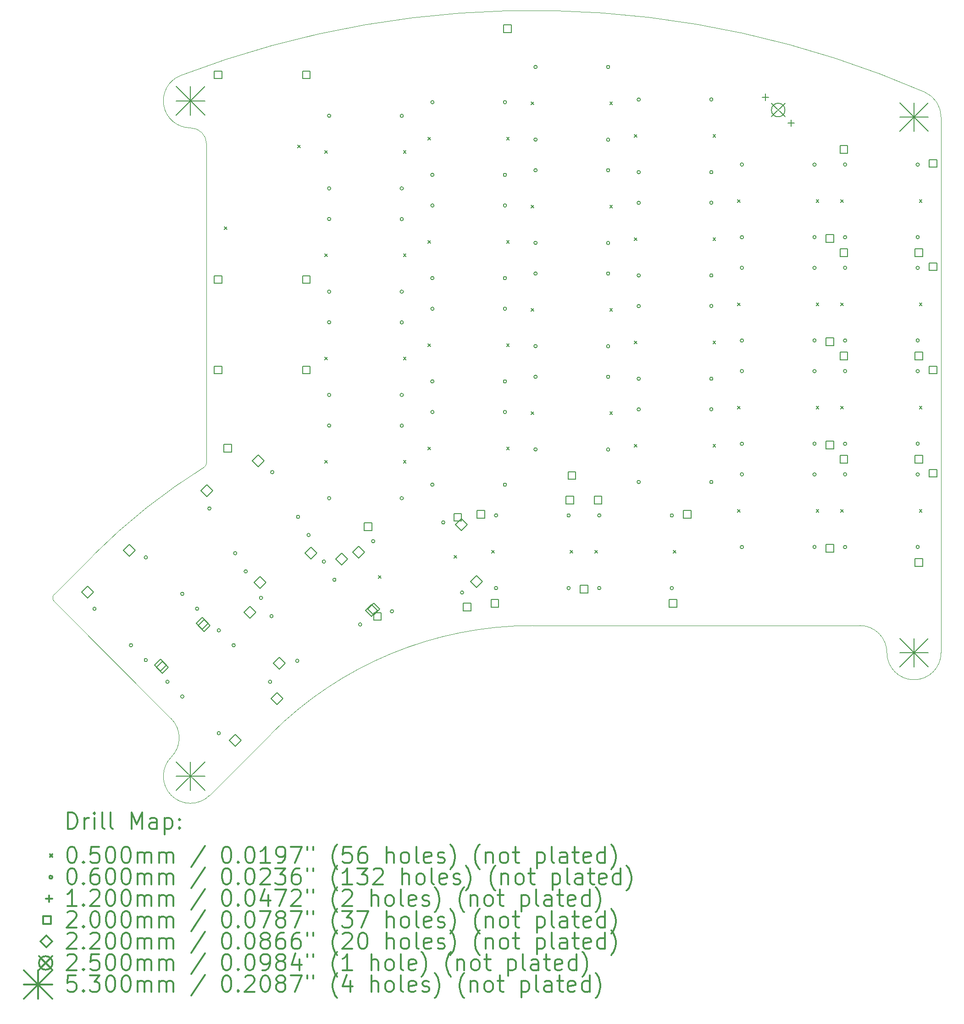
<source format=gbr>
%FSLAX45Y45*%
G04 Gerber Fmt 4.5, Leading zero omitted, Abs format (unit mm)*
G04 Created by KiCad (PCBNEW 5.1.12-84ad8e8a86~92~ubuntu20.04.1) date 2021-11-17 00:00:46*
%MOMM*%
%LPD*%
G01*
G04 APERTURE LIST*
%TA.AperFunction,Profile*%
%ADD10C,0.120000*%
%TD*%
%TA.AperFunction,Profile*%
%ADD11C,0.100000*%
%TD*%
%ADD12C,0.200000*%
%ADD13C,0.300000*%
G04 APERTURE END LIST*
D10*
X7352485Y-12734402D02*
G75*
G02*
X7352485Y-12592980I70711J70711D01*
G01*
D11*
X9510337Y-14892253D02*
G75*
G02*
X9510337Y-15599360I-353553J-353553D01*
G01*
X10217443Y-16306467D02*
G75*
G02*
X9510337Y-15599360I-353553J353553D01*
G01*
X9864130Y-3993217D02*
G75*
G02*
X10161490Y-4290577I0J-297360D01*
G01*
X9864130Y-3993217D02*
G75*
G02*
X9685297Y-3026200I-240J500000D01*
G01*
X22222038Y-13174000D02*
G75*
G02*
X22722038Y-13674000I0J-500000D01*
G01*
X23722038Y-13674000D02*
G75*
G02*
X22722038Y-13674000I-500000J0D01*
G01*
X10161490Y-10169693D02*
G75*
G02*
X10114309Y-10254577I-100000J29D01*
G01*
X10161490Y-4290577D02*
X10161490Y-10169693D01*
X23421413Y-3334354D02*
G75*
G02*
X23722038Y-3792884I-199375J-458530D01*
G01*
X9685297Y-3026200D02*
G75*
G02*
X23421413Y-3334354I6490741J-16973160D01*
G01*
X8061271Y-11884194D02*
G75*
G02*
X10114309Y-10254577I8114767J-8115166D01*
G01*
X7352485Y-12592980D02*
X8061271Y-11884194D01*
X9510337Y-14892253D02*
X7352485Y-12734402D01*
X11350034Y-15173356D02*
X10217443Y-16306467D01*
X11350034Y-15173356D02*
G75*
G02*
X16176038Y-13174360I4826004J-4826004D01*
G01*
X16176038Y-13174360D02*
X22222038Y-13174000D01*
X23722038Y-3792884D02*
X23722038Y-13674000D01*
D12*
X10490000Y-5813750D02*
X10540000Y-5863750D01*
X10540000Y-5813750D02*
X10490000Y-5863750D01*
X11840000Y-4313750D02*
X11890000Y-4363750D01*
X11890000Y-4313750D02*
X11840000Y-4363750D01*
X12345000Y-4415000D02*
X12395000Y-4465000D01*
X12395000Y-4415000D02*
X12345000Y-4465000D01*
X12345000Y-6320000D02*
X12395000Y-6370000D01*
X12395000Y-6320000D02*
X12345000Y-6370000D01*
X12345000Y-8225000D02*
X12395000Y-8275000D01*
X12395000Y-8225000D02*
X12345000Y-8275000D01*
X12345000Y-10130000D02*
X12395000Y-10180000D01*
X12395000Y-10130000D02*
X12345000Y-10180000D01*
X13332204Y-12253644D02*
X13382204Y-12303644D01*
X13382204Y-12253644D02*
X13332204Y-12303644D01*
X13795000Y-4415000D02*
X13845000Y-4465000D01*
X13845000Y-4415000D02*
X13795000Y-4465000D01*
X13795000Y-6320000D02*
X13845000Y-6370000D01*
X13845000Y-6320000D02*
X13795000Y-6370000D01*
X13795000Y-8225000D02*
X13845000Y-8275000D01*
X13845000Y-8225000D02*
X13795000Y-8275000D01*
X13795000Y-10130000D02*
X13845000Y-10180000D01*
X13845000Y-10130000D02*
X13795000Y-10180000D01*
X14250000Y-4165000D02*
X14300000Y-4215000D01*
X14300000Y-4165000D02*
X14250000Y-4215000D01*
X14250000Y-6070000D02*
X14300000Y-6120000D01*
X14300000Y-6070000D02*
X14250000Y-6120000D01*
X14250000Y-7975000D02*
X14300000Y-8025000D01*
X14300000Y-7975000D02*
X14250000Y-8025000D01*
X14250000Y-9880000D02*
X14300000Y-9930000D01*
X14300000Y-9880000D02*
X14250000Y-9930000D01*
X14732796Y-11878356D02*
X14782796Y-11928356D01*
X14782796Y-11878356D02*
X14732796Y-11928356D01*
X15426000Y-11787000D02*
X15476000Y-11837000D01*
X15476000Y-11787000D02*
X15426000Y-11837000D01*
X15700000Y-4165000D02*
X15750000Y-4215000D01*
X15750000Y-4165000D02*
X15700000Y-4215000D01*
X15700000Y-6070000D02*
X15750000Y-6120000D01*
X15750000Y-6070000D02*
X15700000Y-6120000D01*
X15700000Y-7975000D02*
X15750000Y-8025000D01*
X15750000Y-7975000D02*
X15700000Y-8025000D01*
X15700000Y-9880000D02*
X15750000Y-9930000D01*
X15750000Y-9880000D02*
X15700000Y-9930000D01*
X16155000Y-3515000D02*
X16205000Y-3565000D01*
X16205000Y-3515000D02*
X16155000Y-3565000D01*
X16155000Y-5420000D02*
X16205000Y-5470000D01*
X16205000Y-5420000D02*
X16155000Y-5470000D01*
X16155000Y-7325000D02*
X16205000Y-7375000D01*
X16205000Y-7325000D02*
X16155000Y-7375000D01*
X16155000Y-9230000D02*
X16205000Y-9280000D01*
X16205000Y-9230000D02*
X16155000Y-9280000D01*
X16876000Y-11787000D02*
X16926000Y-11837000D01*
X16926000Y-11787000D02*
X16876000Y-11837000D01*
X17331000Y-11787000D02*
X17381000Y-11837000D01*
X17381000Y-11787000D02*
X17331000Y-11837000D01*
X17605000Y-3515000D02*
X17655000Y-3565000D01*
X17655000Y-3515000D02*
X17605000Y-3565000D01*
X17605000Y-5420000D02*
X17655000Y-5470000D01*
X17655000Y-5420000D02*
X17605000Y-5470000D01*
X17605000Y-7325000D02*
X17655000Y-7375000D01*
X17655000Y-7325000D02*
X17605000Y-7375000D01*
X17605000Y-9230000D02*
X17655000Y-9280000D01*
X17655000Y-9230000D02*
X17605000Y-9280000D01*
X18060000Y-4115000D02*
X18110000Y-4165000D01*
X18110000Y-4115000D02*
X18060000Y-4165000D01*
X18060000Y-6020000D02*
X18110000Y-6070000D01*
X18110000Y-6020000D02*
X18060000Y-6070000D01*
X18060000Y-7925000D02*
X18110000Y-7975000D01*
X18110000Y-7925000D02*
X18060000Y-7975000D01*
X18060000Y-9830000D02*
X18110000Y-9880000D01*
X18110000Y-9830000D02*
X18060000Y-9880000D01*
X18781000Y-11787000D02*
X18831000Y-11837000D01*
X18831000Y-11787000D02*
X18781000Y-11837000D01*
X19510000Y-4115000D02*
X19560000Y-4165000D01*
X19560000Y-4115000D02*
X19510000Y-4165000D01*
X19510000Y-6020000D02*
X19560000Y-6070000D01*
X19560000Y-6020000D02*
X19510000Y-6070000D01*
X19510000Y-7925000D02*
X19560000Y-7975000D01*
X19560000Y-7925000D02*
X19510000Y-7975000D01*
X19510000Y-9830000D02*
X19560000Y-9880000D01*
X19560000Y-9830000D02*
X19510000Y-9880000D01*
X19965000Y-5315000D02*
X20015000Y-5365000D01*
X20015000Y-5315000D02*
X19965000Y-5365000D01*
X19965000Y-7220000D02*
X20015000Y-7270000D01*
X20015000Y-7220000D02*
X19965000Y-7270000D01*
X19965000Y-9125000D02*
X20015000Y-9175000D01*
X20015000Y-9125000D02*
X19965000Y-9175000D01*
X19965000Y-11030000D02*
X20015000Y-11080000D01*
X20015000Y-11030000D02*
X19965000Y-11080000D01*
X21415000Y-5315000D02*
X21465000Y-5365000D01*
X21465000Y-5315000D02*
X21415000Y-5365000D01*
X21415000Y-7220000D02*
X21465000Y-7270000D01*
X21465000Y-7220000D02*
X21415000Y-7270000D01*
X21415000Y-9125000D02*
X21465000Y-9175000D01*
X21465000Y-9125000D02*
X21415000Y-9175000D01*
X21415000Y-11030000D02*
X21465000Y-11080000D01*
X21465000Y-11030000D02*
X21415000Y-11080000D01*
X21870000Y-5315000D02*
X21920000Y-5365000D01*
X21920000Y-5315000D02*
X21870000Y-5365000D01*
X21870000Y-7220000D02*
X21920000Y-7270000D01*
X21920000Y-7220000D02*
X21870000Y-7270000D01*
X21870000Y-9125000D02*
X21920000Y-9175000D01*
X21920000Y-9125000D02*
X21870000Y-9175000D01*
X21870000Y-11030000D02*
X21920000Y-11080000D01*
X21920000Y-11030000D02*
X21870000Y-11080000D01*
X23320000Y-5315000D02*
X23370000Y-5365000D01*
X23370000Y-5315000D02*
X23320000Y-5365000D01*
X23320000Y-7220000D02*
X23370000Y-7270000D01*
X23370000Y-7220000D02*
X23320000Y-7270000D01*
X23320000Y-9125000D02*
X23370000Y-9175000D01*
X23370000Y-9125000D02*
X23320000Y-9175000D01*
X23320000Y-11030000D02*
X23370000Y-11080000D01*
X23370000Y-11030000D02*
X23320000Y-11080000D01*
X8122499Y-12862945D02*
G75*
G03*
X8122499Y-12862945I-30000J0D01*
G01*
X8796018Y-13536465D02*
G75*
G03*
X8796018Y-13536465I-30000J0D01*
G01*
X9070022Y-11915422D02*
G75*
G03*
X9070022Y-11915422I-30000J0D01*
G01*
X9070022Y-13810469D02*
G75*
G03*
X9070022Y-13810469I-30000J0D01*
G01*
X9469537Y-14209984D02*
G75*
G03*
X9469537Y-14209984I-30000J0D01*
G01*
X9743541Y-12588942D02*
G75*
G03*
X9743541Y-12588942I-30000J0D01*
G01*
X9743541Y-14483988D02*
G75*
G03*
X9743541Y-14483988I-30000J0D01*
G01*
X10017545Y-12862945D02*
G75*
G03*
X10017545Y-12862945I-30000J0D01*
G01*
X10244298Y-11013689D02*
G75*
G03*
X10244298Y-11013689I-30000J0D01*
G01*
X10417061Y-13262461D02*
G75*
G03*
X10417061Y-13262461I-30000J0D01*
G01*
X10417061Y-15157507D02*
G75*
G03*
X10417061Y-15157507I-30000J0D01*
G01*
X10691064Y-13536465D02*
G75*
G03*
X10691064Y-13536465I-30000J0D01*
G01*
X10720548Y-11838578D02*
G75*
G03*
X10720548Y-11838578I-30000J0D01*
G01*
X10914298Y-12174163D02*
G75*
G03*
X10914298Y-12174163I-30000J0D01*
G01*
X11196797Y-12663468D02*
G75*
G03*
X11196797Y-12663468I-30000J0D01*
G01*
X11364584Y-14209984D02*
G75*
G03*
X11364584Y-14209984I-30000J0D01*
G01*
X11390547Y-12999052D02*
G75*
G03*
X11390547Y-12999052I-30000J0D01*
G01*
X11404771Y-10343689D02*
G75*
G03*
X11404771Y-10343689I-30000J0D01*
G01*
X11866797Y-13823942D02*
G75*
G03*
X11866797Y-13823942I-30000J0D01*
G01*
X11881021Y-11168579D02*
G75*
G03*
X11881021Y-11168579I-30000J0D01*
G01*
X12074771Y-11504163D02*
G75*
G03*
X12074771Y-11504163I-30000J0D01*
G01*
X12357271Y-11993468D02*
G75*
G03*
X12357271Y-11993468I-30000J0D01*
G01*
X12455000Y-3770000D02*
G75*
G03*
X12455000Y-3770000I-30000J0D01*
G01*
X12455000Y-5110000D02*
G75*
G03*
X12455000Y-5110000I-30000J0D01*
G01*
X12455000Y-5675000D02*
G75*
G03*
X12455000Y-5675000I-30000J0D01*
G01*
X12455000Y-7015000D02*
G75*
G03*
X12455000Y-7015000I-30000J0D01*
G01*
X12455000Y-7580000D02*
G75*
G03*
X12455000Y-7580000I-30000J0D01*
G01*
X12455000Y-8920000D02*
G75*
G03*
X12455000Y-8920000I-30000J0D01*
G01*
X12455000Y-9485000D02*
G75*
G03*
X12455000Y-9485000I-30000J0D01*
G01*
X12455000Y-10825000D02*
G75*
G03*
X12455000Y-10825000I-30000J0D01*
G01*
X12551021Y-12329052D02*
G75*
G03*
X12551021Y-12329052I-30000J0D01*
G01*
X13027271Y-13153942D02*
G75*
G03*
X13027271Y-13153942I-30000J0D01*
G01*
X13266921Y-11617238D02*
G75*
G03*
X13266921Y-11617238I-30000J0D01*
G01*
X13613738Y-12911579D02*
G75*
G03*
X13613738Y-12911579I-30000J0D01*
G01*
X13795000Y-3770000D02*
G75*
G03*
X13795000Y-3770000I-30000J0D01*
G01*
X13795000Y-5110000D02*
G75*
G03*
X13795000Y-5110000I-30000J0D01*
G01*
X13795000Y-5675000D02*
G75*
G03*
X13795000Y-5675000I-30000J0D01*
G01*
X13795000Y-7015000D02*
G75*
G03*
X13795000Y-7015000I-30000J0D01*
G01*
X13795000Y-7580000D02*
G75*
G03*
X13795000Y-7580000I-30000J0D01*
G01*
X13795000Y-8920000D02*
G75*
G03*
X13795000Y-8920000I-30000J0D01*
G01*
X13795000Y-9485000D02*
G75*
G03*
X13795000Y-9485000I-30000J0D01*
G01*
X13795000Y-10825000D02*
G75*
G03*
X13795000Y-10825000I-30000J0D01*
G01*
X14360000Y-3520000D02*
G75*
G03*
X14360000Y-3520000I-30000J0D01*
G01*
X14360000Y-4860000D02*
G75*
G03*
X14360000Y-4860000I-30000J0D01*
G01*
X14360000Y-5425000D02*
G75*
G03*
X14360000Y-5425000I-30000J0D01*
G01*
X14360000Y-6765000D02*
G75*
G03*
X14360000Y-6765000I-30000J0D01*
G01*
X14360000Y-7330000D02*
G75*
G03*
X14360000Y-7330000I-30000J0D01*
G01*
X14360000Y-8670000D02*
G75*
G03*
X14360000Y-8670000I-30000J0D01*
G01*
X14360000Y-9235000D02*
G75*
G03*
X14360000Y-9235000I-30000J0D01*
G01*
X14360000Y-10575000D02*
G75*
G03*
X14360000Y-10575000I-30000J0D01*
G01*
X14561261Y-11270421D02*
G75*
G03*
X14561261Y-11270421I-30000J0D01*
G01*
X14908079Y-12564761D02*
G75*
G03*
X14908079Y-12564761I-30000J0D01*
G01*
X15536000Y-11142000D02*
G75*
G03*
X15536000Y-11142000I-30000J0D01*
G01*
X15536000Y-12482000D02*
G75*
G03*
X15536000Y-12482000I-30000J0D01*
G01*
X15700000Y-3520000D02*
G75*
G03*
X15700000Y-3520000I-30000J0D01*
G01*
X15700000Y-4860000D02*
G75*
G03*
X15700000Y-4860000I-30000J0D01*
G01*
X15700000Y-5425000D02*
G75*
G03*
X15700000Y-5425000I-30000J0D01*
G01*
X15700000Y-6765000D02*
G75*
G03*
X15700000Y-6765000I-30000J0D01*
G01*
X15700000Y-7330000D02*
G75*
G03*
X15700000Y-7330000I-30000J0D01*
G01*
X15700000Y-8670000D02*
G75*
G03*
X15700000Y-8670000I-30000J0D01*
G01*
X15700000Y-9235000D02*
G75*
G03*
X15700000Y-9235000I-30000J0D01*
G01*
X15700000Y-10575000D02*
G75*
G03*
X15700000Y-10575000I-30000J0D01*
G01*
X16265000Y-2870000D02*
G75*
G03*
X16265000Y-2870000I-30000J0D01*
G01*
X16265000Y-4210000D02*
G75*
G03*
X16265000Y-4210000I-30000J0D01*
G01*
X16265000Y-4775000D02*
G75*
G03*
X16265000Y-4775000I-30000J0D01*
G01*
X16265000Y-6115000D02*
G75*
G03*
X16265000Y-6115000I-30000J0D01*
G01*
X16265000Y-6680000D02*
G75*
G03*
X16265000Y-6680000I-30000J0D01*
G01*
X16265000Y-8020000D02*
G75*
G03*
X16265000Y-8020000I-30000J0D01*
G01*
X16265000Y-8585000D02*
G75*
G03*
X16265000Y-8585000I-30000J0D01*
G01*
X16265000Y-9925000D02*
G75*
G03*
X16265000Y-9925000I-30000J0D01*
G01*
X16876000Y-11142000D02*
G75*
G03*
X16876000Y-11142000I-30000J0D01*
G01*
X16876000Y-12482000D02*
G75*
G03*
X16876000Y-12482000I-30000J0D01*
G01*
X17441000Y-11142000D02*
G75*
G03*
X17441000Y-11142000I-30000J0D01*
G01*
X17441000Y-12482000D02*
G75*
G03*
X17441000Y-12482000I-30000J0D01*
G01*
X17605000Y-2870000D02*
G75*
G03*
X17605000Y-2870000I-30000J0D01*
G01*
X17605000Y-4210000D02*
G75*
G03*
X17605000Y-4210000I-30000J0D01*
G01*
X17605000Y-4775000D02*
G75*
G03*
X17605000Y-4775000I-30000J0D01*
G01*
X17605000Y-6115000D02*
G75*
G03*
X17605000Y-6115000I-30000J0D01*
G01*
X17605000Y-6680000D02*
G75*
G03*
X17605000Y-6680000I-30000J0D01*
G01*
X17605000Y-8020000D02*
G75*
G03*
X17605000Y-8020000I-30000J0D01*
G01*
X17605000Y-8585000D02*
G75*
G03*
X17605000Y-8585000I-30000J0D01*
G01*
X17605000Y-9925000D02*
G75*
G03*
X17605000Y-9925000I-30000J0D01*
G01*
X18170000Y-3470000D02*
G75*
G03*
X18170000Y-3470000I-30000J0D01*
G01*
X18170000Y-4810000D02*
G75*
G03*
X18170000Y-4810000I-30000J0D01*
G01*
X18170000Y-5375000D02*
G75*
G03*
X18170000Y-5375000I-30000J0D01*
G01*
X18170000Y-6715000D02*
G75*
G03*
X18170000Y-6715000I-30000J0D01*
G01*
X18170000Y-7280000D02*
G75*
G03*
X18170000Y-7280000I-30000J0D01*
G01*
X18170000Y-8620000D02*
G75*
G03*
X18170000Y-8620000I-30000J0D01*
G01*
X18170000Y-9185000D02*
G75*
G03*
X18170000Y-9185000I-30000J0D01*
G01*
X18170000Y-10525000D02*
G75*
G03*
X18170000Y-10525000I-30000J0D01*
G01*
X18781000Y-11142000D02*
G75*
G03*
X18781000Y-11142000I-30000J0D01*
G01*
X18781000Y-12482000D02*
G75*
G03*
X18781000Y-12482000I-30000J0D01*
G01*
X19510000Y-3470000D02*
G75*
G03*
X19510000Y-3470000I-30000J0D01*
G01*
X19510000Y-4810000D02*
G75*
G03*
X19510000Y-4810000I-30000J0D01*
G01*
X19510000Y-5375000D02*
G75*
G03*
X19510000Y-5375000I-30000J0D01*
G01*
X19510000Y-6715000D02*
G75*
G03*
X19510000Y-6715000I-30000J0D01*
G01*
X19510000Y-7280000D02*
G75*
G03*
X19510000Y-7280000I-30000J0D01*
G01*
X19510000Y-8620000D02*
G75*
G03*
X19510000Y-8620000I-30000J0D01*
G01*
X19510000Y-9185000D02*
G75*
G03*
X19510000Y-9185000I-30000J0D01*
G01*
X19510000Y-10525000D02*
G75*
G03*
X19510000Y-10525000I-30000J0D01*
G01*
X20075000Y-4670000D02*
G75*
G03*
X20075000Y-4670000I-30000J0D01*
G01*
X20075000Y-6010000D02*
G75*
G03*
X20075000Y-6010000I-30000J0D01*
G01*
X20075000Y-6575000D02*
G75*
G03*
X20075000Y-6575000I-30000J0D01*
G01*
X20075000Y-7915000D02*
G75*
G03*
X20075000Y-7915000I-30000J0D01*
G01*
X20075000Y-8480000D02*
G75*
G03*
X20075000Y-8480000I-30000J0D01*
G01*
X20075000Y-9820000D02*
G75*
G03*
X20075000Y-9820000I-30000J0D01*
G01*
X20075000Y-10385000D02*
G75*
G03*
X20075000Y-10385000I-30000J0D01*
G01*
X20075000Y-11725000D02*
G75*
G03*
X20075000Y-11725000I-30000J0D01*
G01*
X21415000Y-4670000D02*
G75*
G03*
X21415000Y-4670000I-30000J0D01*
G01*
X21415000Y-6010000D02*
G75*
G03*
X21415000Y-6010000I-30000J0D01*
G01*
X21415000Y-6575000D02*
G75*
G03*
X21415000Y-6575000I-30000J0D01*
G01*
X21415000Y-7915000D02*
G75*
G03*
X21415000Y-7915000I-30000J0D01*
G01*
X21415000Y-8480000D02*
G75*
G03*
X21415000Y-8480000I-30000J0D01*
G01*
X21415000Y-9820000D02*
G75*
G03*
X21415000Y-9820000I-30000J0D01*
G01*
X21415000Y-10385000D02*
G75*
G03*
X21415000Y-10385000I-30000J0D01*
G01*
X21415000Y-11725000D02*
G75*
G03*
X21415000Y-11725000I-30000J0D01*
G01*
X21980000Y-4670000D02*
G75*
G03*
X21980000Y-4670000I-30000J0D01*
G01*
X21980000Y-6010000D02*
G75*
G03*
X21980000Y-6010000I-30000J0D01*
G01*
X21980000Y-6575000D02*
G75*
G03*
X21980000Y-6575000I-30000J0D01*
G01*
X21980000Y-7915000D02*
G75*
G03*
X21980000Y-7915000I-30000J0D01*
G01*
X21980000Y-8480000D02*
G75*
G03*
X21980000Y-8480000I-30000J0D01*
G01*
X21980000Y-9820000D02*
G75*
G03*
X21980000Y-9820000I-30000J0D01*
G01*
X21980000Y-10385000D02*
G75*
G03*
X21980000Y-10385000I-30000J0D01*
G01*
X21980000Y-11725000D02*
G75*
G03*
X21980000Y-11725000I-30000J0D01*
G01*
X23320000Y-4670000D02*
G75*
G03*
X23320000Y-4670000I-30000J0D01*
G01*
X23320000Y-6010000D02*
G75*
G03*
X23320000Y-6010000I-30000J0D01*
G01*
X23320000Y-6575000D02*
G75*
G03*
X23320000Y-6575000I-30000J0D01*
G01*
X23320000Y-7915000D02*
G75*
G03*
X23320000Y-7915000I-30000J0D01*
G01*
X23320000Y-8480000D02*
G75*
G03*
X23320000Y-8480000I-30000J0D01*
G01*
X23320000Y-9820000D02*
G75*
G03*
X23320000Y-9820000I-30000J0D01*
G01*
X23320000Y-10385000D02*
G75*
G03*
X23320000Y-10385000I-30000J0D01*
G01*
X23320000Y-11725000D02*
G75*
G03*
X23320000Y-11725000I-30000J0D01*
G01*
X20476875Y-3365625D02*
X20476875Y-3485625D01*
X20416875Y-3425625D02*
X20536875Y-3425625D01*
X20953125Y-3841875D02*
X20953125Y-3961875D01*
X20893125Y-3901875D02*
X21013125Y-3901875D01*
X10446336Y-3086461D02*
X10446336Y-2945039D01*
X10304914Y-2945039D01*
X10304914Y-3086461D01*
X10446336Y-3086461D01*
X10446336Y-6861961D02*
X10446336Y-6720539D01*
X10304914Y-6720539D01*
X10304914Y-6861961D01*
X10446336Y-6861961D01*
X10446336Y-8528836D02*
X10446336Y-8387414D01*
X10304914Y-8387414D01*
X10304914Y-8528836D01*
X10446336Y-8528836D01*
X10620711Y-9970711D02*
X10620711Y-9829289D01*
X10479289Y-9829289D01*
X10479289Y-9970711D01*
X10620711Y-9970711D01*
X12075086Y-3086461D02*
X12075086Y-2945039D01*
X11933664Y-2945039D01*
X11933664Y-3086461D01*
X12075086Y-3086461D01*
X12075086Y-6861961D02*
X12075086Y-6720539D01*
X11933664Y-6720539D01*
X11933664Y-6861961D01*
X12075086Y-6861961D01*
X12075086Y-8528836D02*
X12075086Y-8387414D01*
X11933664Y-8387414D01*
X11933664Y-8528836D01*
X12075086Y-8528836D01*
X13212903Y-11420867D02*
X13212903Y-11279444D01*
X13071481Y-11279444D01*
X13071481Y-11420867D01*
X13212903Y-11420867D01*
X13387367Y-13077019D02*
X13387367Y-12935597D01*
X13245944Y-12935597D01*
X13245944Y-13077019D01*
X13387367Y-13077019D01*
X14869056Y-11246403D02*
X14869056Y-11104981D01*
X14727633Y-11104981D01*
X14727633Y-11246403D01*
X14869056Y-11246403D01*
X15043519Y-12902556D02*
X15043519Y-12761133D01*
X14902097Y-12761133D01*
X14902097Y-12902556D01*
X15043519Y-12902556D01*
X15294211Y-11190336D02*
X15294211Y-11048914D01*
X15152789Y-11048914D01*
X15152789Y-11190336D01*
X15294211Y-11190336D01*
X15554336Y-12835211D02*
X15554336Y-12693789D01*
X15412914Y-12693789D01*
X15412914Y-12835211D01*
X15554336Y-12835211D01*
X15785086Y-2236649D02*
X15785086Y-2095226D01*
X15643664Y-2095226D01*
X15643664Y-2236649D01*
X15785086Y-2236649D01*
X16939086Y-10930211D02*
X16939086Y-10788789D01*
X16797664Y-10788789D01*
X16797664Y-10930211D01*
X16939086Y-10930211D01*
X16975711Y-10475711D02*
X16975711Y-10334289D01*
X16834289Y-10334289D01*
X16834289Y-10475711D01*
X16975711Y-10475711D01*
X17199211Y-12575086D02*
X17199211Y-12433664D01*
X17057789Y-12433664D01*
X17057789Y-12575086D01*
X17199211Y-12575086D01*
X17199211Y-12575086D02*
X17199211Y-12433664D01*
X17057789Y-12433664D01*
X17057789Y-12575086D01*
X17199211Y-12575086D01*
X17459336Y-10930211D02*
X17459336Y-10788789D01*
X17317914Y-10788789D01*
X17317914Y-10930211D01*
X17459336Y-10930211D01*
X18844086Y-12835211D02*
X18844086Y-12693789D01*
X18702664Y-12693789D01*
X18702664Y-12835211D01*
X18844086Y-12835211D01*
X19104211Y-11190336D02*
X19104211Y-11048914D01*
X18962789Y-11048914D01*
X18962789Y-11190336D01*
X19104211Y-11190336D01*
X21738211Y-6103086D02*
X21738211Y-5961664D01*
X21596789Y-5961664D01*
X21596789Y-6103086D01*
X21738211Y-6103086D01*
X21738211Y-8008086D02*
X21738211Y-7866664D01*
X21596789Y-7866664D01*
X21596789Y-8008086D01*
X21738211Y-8008086D01*
X21738211Y-9913086D02*
X21738211Y-9771664D01*
X21596789Y-9771664D01*
X21596789Y-9913086D01*
X21738211Y-9913086D01*
X21738211Y-11818086D02*
X21738211Y-11676664D01*
X21596789Y-11676664D01*
X21596789Y-11818086D01*
X21738211Y-11818086D01*
X21998336Y-4458211D02*
X21998336Y-4316789D01*
X21856914Y-4316789D01*
X21856914Y-4458211D01*
X21998336Y-4458211D01*
X21998336Y-6363211D02*
X21998336Y-6221789D01*
X21856914Y-6221789D01*
X21856914Y-6363211D01*
X21998336Y-6363211D01*
X21998336Y-8268211D02*
X21998336Y-8126789D01*
X21856914Y-8126789D01*
X21856914Y-8268211D01*
X21998336Y-8268211D01*
X21998336Y-10173211D02*
X21998336Y-10031789D01*
X21856914Y-10031789D01*
X21856914Y-10173211D01*
X21998336Y-10173211D01*
X23383086Y-6363211D02*
X23383086Y-6221789D01*
X23241664Y-6221789D01*
X23241664Y-6363211D01*
X23383086Y-6363211D01*
X23383086Y-8268211D02*
X23383086Y-8126789D01*
X23241664Y-8126789D01*
X23241664Y-8268211D01*
X23383086Y-8268211D01*
X23383086Y-10173211D02*
X23383086Y-10031789D01*
X23241664Y-10031789D01*
X23241664Y-10173211D01*
X23383086Y-10173211D01*
X23383086Y-12078211D02*
X23383086Y-11936789D01*
X23241664Y-11936789D01*
X23241664Y-12078211D01*
X23383086Y-12078211D01*
X23643211Y-4718336D02*
X23643211Y-4576914D01*
X23501789Y-4576914D01*
X23501789Y-4718336D01*
X23643211Y-4718336D01*
X23643211Y-6623336D02*
X23643211Y-6481914D01*
X23501789Y-6481914D01*
X23501789Y-6623336D01*
X23643211Y-6623336D01*
X23643211Y-8528336D02*
X23643211Y-8386914D01*
X23501789Y-8386914D01*
X23501789Y-8528336D01*
X23643211Y-8528336D01*
X23643211Y-10433336D02*
X23643211Y-10291914D01*
X23501789Y-10291914D01*
X23501789Y-10433336D01*
X23643211Y-10433336D01*
X7961579Y-12665647D02*
X8071579Y-12555647D01*
X7961579Y-12445647D01*
X7851579Y-12555647D01*
X7961579Y-12665647D01*
X8732325Y-11894901D02*
X8842325Y-11784901D01*
X8732325Y-11674901D01*
X8622325Y-11784901D01*
X8732325Y-11894901D01*
X9308617Y-14012685D02*
X9418617Y-13902685D01*
X9308617Y-13792685D01*
X9198617Y-13902685D01*
X9308617Y-14012685D01*
X9347508Y-14051576D02*
X9457508Y-13941576D01*
X9347508Y-13831576D01*
X9237508Y-13941576D01*
X9347508Y-14051576D01*
X10079364Y-13241939D02*
X10189364Y-13131939D01*
X10079364Y-13021939D01*
X9969364Y-13131939D01*
X10079364Y-13241939D01*
X10118254Y-13280830D02*
X10228254Y-13170830D01*
X10118254Y-13060830D01*
X10008254Y-13170830D01*
X10118254Y-13280830D01*
X10168054Y-10793227D02*
X10278054Y-10683227D01*
X10168054Y-10573227D01*
X10058054Y-10683227D01*
X10168054Y-10793227D01*
X10694546Y-15398615D02*
X10804546Y-15288615D01*
X10694546Y-15178615D01*
X10584546Y-15288615D01*
X10694546Y-15398615D01*
X10961333Y-13037226D02*
X11071333Y-12927226D01*
X10961333Y-12817226D01*
X10851333Y-12927226D01*
X10961333Y-13037226D01*
X11112022Y-10248227D02*
X11222022Y-10138227D01*
X11112022Y-10028227D01*
X11002022Y-10138227D01*
X11112022Y-10248227D01*
X11148054Y-12490637D02*
X11258054Y-12380637D01*
X11148054Y-12270637D01*
X11038054Y-12380637D01*
X11148054Y-12490637D01*
X11465293Y-14627868D02*
X11575293Y-14517868D01*
X11465293Y-14407868D01*
X11355293Y-14517868D01*
X11465293Y-14627868D01*
X11506333Y-13981194D02*
X11616333Y-13871194D01*
X11506333Y-13761194D01*
X11396333Y-13871194D01*
X11506333Y-13981194D01*
X12092022Y-11945637D02*
X12202022Y-11835637D01*
X12092022Y-11725637D01*
X11982022Y-11835637D01*
X12092022Y-11945637D01*
X12658743Y-12057226D02*
X12768743Y-11947226D01*
X12658743Y-11837226D01*
X12548743Y-11947226D01*
X12658743Y-12057226D01*
X12969423Y-11928538D02*
X13079423Y-11818538D01*
X12969423Y-11708538D01*
X12859423Y-11818538D01*
X12969423Y-11928538D01*
X13203743Y-13001194D02*
X13313743Y-12891194D01*
X13203743Y-12781194D01*
X13093743Y-12891194D01*
X13203743Y-13001194D01*
X13251536Y-12981397D02*
X13361536Y-12871397D01*
X13251536Y-12761397D01*
X13141536Y-12871397D01*
X13251536Y-12981397D01*
X14862637Y-11421253D02*
X14972637Y-11311253D01*
X14862637Y-11201253D01*
X14752637Y-11311253D01*
X14862637Y-11421253D01*
X15144750Y-12474112D02*
X15254750Y-12364112D01*
X15144750Y-12254112D01*
X15034750Y-12364112D01*
X15144750Y-12474112D01*
X20590000Y-3538750D02*
X20840000Y-3788750D01*
X20840000Y-3538750D02*
X20590000Y-3788750D01*
X20840000Y-3663750D02*
G75*
G03*
X20840000Y-3663750I-125000J0D01*
G01*
X9598890Y-3228217D02*
X10128890Y-3758217D01*
X10128890Y-3228217D02*
X9598890Y-3758217D01*
X9863890Y-3228217D02*
X9863890Y-3758217D01*
X9598890Y-3493217D02*
X10128890Y-3493217D01*
X9598890Y-15687914D02*
X10128890Y-16217914D01*
X10128890Y-15687914D02*
X9598890Y-16217914D01*
X9863890Y-15687914D02*
X9863890Y-16217914D01*
X9598890Y-15952914D02*
X10128890Y-15952914D01*
X22957038Y-3527884D02*
X23487038Y-4057884D01*
X23487038Y-3527884D02*
X22957038Y-4057884D01*
X23222038Y-3527884D02*
X23222038Y-4057884D01*
X22957038Y-3792884D02*
X23487038Y-3792884D01*
X22957038Y-13409000D02*
X23487038Y-13939000D01*
X23487038Y-13409000D02*
X22957038Y-13939000D01*
X23222038Y-13409000D02*
X23222038Y-13939000D01*
X22957038Y-13674000D02*
X23487038Y-13674000D01*
D13*
X7603624Y-16923628D02*
X7603624Y-16623628D01*
X7675052Y-16623628D01*
X7717910Y-16637914D01*
X7746481Y-16666485D01*
X7760767Y-16695057D01*
X7775052Y-16752199D01*
X7775052Y-16795057D01*
X7760767Y-16852200D01*
X7746481Y-16880771D01*
X7717910Y-16909342D01*
X7675052Y-16923628D01*
X7603624Y-16923628D01*
X7903624Y-16923628D02*
X7903624Y-16723628D01*
X7903624Y-16780771D02*
X7917910Y-16752199D01*
X7932195Y-16737914D01*
X7960767Y-16723628D01*
X7989338Y-16723628D01*
X8089338Y-16923628D02*
X8089338Y-16723628D01*
X8089338Y-16623628D02*
X8075052Y-16637914D01*
X8089338Y-16652199D01*
X8103624Y-16637914D01*
X8089338Y-16623628D01*
X8089338Y-16652199D01*
X8275052Y-16923628D02*
X8246481Y-16909342D01*
X8232195Y-16880771D01*
X8232195Y-16623628D01*
X8432195Y-16923628D02*
X8403624Y-16909342D01*
X8389338Y-16880771D01*
X8389338Y-16623628D01*
X8775053Y-16923628D02*
X8775053Y-16623628D01*
X8875053Y-16837914D01*
X8975053Y-16623628D01*
X8975053Y-16923628D01*
X9246481Y-16923628D02*
X9246481Y-16766485D01*
X9232195Y-16737914D01*
X9203624Y-16723628D01*
X9146481Y-16723628D01*
X9117910Y-16737914D01*
X9246481Y-16909342D02*
X9217910Y-16923628D01*
X9146481Y-16923628D01*
X9117910Y-16909342D01*
X9103624Y-16880771D01*
X9103624Y-16852200D01*
X9117910Y-16823628D01*
X9146481Y-16809342D01*
X9217910Y-16809342D01*
X9246481Y-16795057D01*
X9389338Y-16723628D02*
X9389338Y-17023628D01*
X9389338Y-16737914D02*
X9417910Y-16723628D01*
X9475053Y-16723628D01*
X9503624Y-16737914D01*
X9517910Y-16752199D01*
X9532195Y-16780771D01*
X9532195Y-16866485D01*
X9517910Y-16895057D01*
X9503624Y-16909342D01*
X9475053Y-16923628D01*
X9417910Y-16923628D01*
X9389338Y-16909342D01*
X9660767Y-16895057D02*
X9675053Y-16909342D01*
X9660767Y-16923628D01*
X9646481Y-16909342D01*
X9660767Y-16895057D01*
X9660767Y-16923628D01*
X9660767Y-16737914D02*
X9675053Y-16752199D01*
X9660767Y-16766485D01*
X9646481Y-16752199D01*
X9660767Y-16737914D01*
X9660767Y-16766485D01*
X7267195Y-17392914D02*
X7317195Y-17442914D01*
X7317195Y-17392914D02*
X7267195Y-17442914D01*
X7660767Y-17253628D02*
X7689338Y-17253628D01*
X7717910Y-17267914D01*
X7732195Y-17282200D01*
X7746481Y-17310771D01*
X7760767Y-17367914D01*
X7760767Y-17439342D01*
X7746481Y-17496485D01*
X7732195Y-17525057D01*
X7717910Y-17539342D01*
X7689338Y-17553628D01*
X7660767Y-17553628D01*
X7632195Y-17539342D01*
X7617910Y-17525057D01*
X7603624Y-17496485D01*
X7589338Y-17439342D01*
X7589338Y-17367914D01*
X7603624Y-17310771D01*
X7617910Y-17282200D01*
X7632195Y-17267914D01*
X7660767Y-17253628D01*
X7889338Y-17525057D02*
X7903624Y-17539342D01*
X7889338Y-17553628D01*
X7875052Y-17539342D01*
X7889338Y-17525057D01*
X7889338Y-17553628D01*
X8175052Y-17253628D02*
X8032195Y-17253628D01*
X8017910Y-17396485D01*
X8032195Y-17382200D01*
X8060767Y-17367914D01*
X8132195Y-17367914D01*
X8160767Y-17382200D01*
X8175052Y-17396485D01*
X8189338Y-17425057D01*
X8189338Y-17496485D01*
X8175052Y-17525057D01*
X8160767Y-17539342D01*
X8132195Y-17553628D01*
X8060767Y-17553628D01*
X8032195Y-17539342D01*
X8017910Y-17525057D01*
X8375052Y-17253628D02*
X8403624Y-17253628D01*
X8432195Y-17267914D01*
X8446481Y-17282200D01*
X8460767Y-17310771D01*
X8475053Y-17367914D01*
X8475053Y-17439342D01*
X8460767Y-17496485D01*
X8446481Y-17525057D01*
X8432195Y-17539342D01*
X8403624Y-17553628D01*
X8375052Y-17553628D01*
X8346481Y-17539342D01*
X8332195Y-17525057D01*
X8317910Y-17496485D01*
X8303624Y-17439342D01*
X8303624Y-17367914D01*
X8317910Y-17310771D01*
X8332195Y-17282200D01*
X8346481Y-17267914D01*
X8375052Y-17253628D01*
X8660767Y-17253628D02*
X8689338Y-17253628D01*
X8717910Y-17267914D01*
X8732195Y-17282200D01*
X8746481Y-17310771D01*
X8760767Y-17367914D01*
X8760767Y-17439342D01*
X8746481Y-17496485D01*
X8732195Y-17525057D01*
X8717910Y-17539342D01*
X8689338Y-17553628D01*
X8660767Y-17553628D01*
X8632195Y-17539342D01*
X8617910Y-17525057D01*
X8603624Y-17496485D01*
X8589338Y-17439342D01*
X8589338Y-17367914D01*
X8603624Y-17310771D01*
X8617910Y-17282200D01*
X8632195Y-17267914D01*
X8660767Y-17253628D01*
X8889338Y-17553628D02*
X8889338Y-17353628D01*
X8889338Y-17382200D02*
X8903624Y-17367914D01*
X8932195Y-17353628D01*
X8975053Y-17353628D01*
X9003624Y-17367914D01*
X9017910Y-17396485D01*
X9017910Y-17553628D01*
X9017910Y-17396485D02*
X9032195Y-17367914D01*
X9060767Y-17353628D01*
X9103624Y-17353628D01*
X9132195Y-17367914D01*
X9146481Y-17396485D01*
X9146481Y-17553628D01*
X9289338Y-17553628D02*
X9289338Y-17353628D01*
X9289338Y-17382200D02*
X9303624Y-17367914D01*
X9332195Y-17353628D01*
X9375053Y-17353628D01*
X9403624Y-17367914D01*
X9417910Y-17396485D01*
X9417910Y-17553628D01*
X9417910Y-17396485D02*
X9432195Y-17367914D01*
X9460767Y-17353628D01*
X9503624Y-17353628D01*
X9532195Y-17367914D01*
X9546481Y-17396485D01*
X9546481Y-17553628D01*
X10132195Y-17239342D02*
X9875053Y-17625057D01*
X10517910Y-17253628D02*
X10546481Y-17253628D01*
X10575053Y-17267914D01*
X10589338Y-17282200D01*
X10603624Y-17310771D01*
X10617910Y-17367914D01*
X10617910Y-17439342D01*
X10603624Y-17496485D01*
X10589338Y-17525057D01*
X10575053Y-17539342D01*
X10546481Y-17553628D01*
X10517910Y-17553628D01*
X10489338Y-17539342D01*
X10475053Y-17525057D01*
X10460767Y-17496485D01*
X10446481Y-17439342D01*
X10446481Y-17367914D01*
X10460767Y-17310771D01*
X10475053Y-17282200D01*
X10489338Y-17267914D01*
X10517910Y-17253628D01*
X10746481Y-17525057D02*
X10760767Y-17539342D01*
X10746481Y-17553628D01*
X10732195Y-17539342D01*
X10746481Y-17525057D01*
X10746481Y-17553628D01*
X10946481Y-17253628D02*
X10975053Y-17253628D01*
X11003624Y-17267914D01*
X11017910Y-17282200D01*
X11032195Y-17310771D01*
X11046481Y-17367914D01*
X11046481Y-17439342D01*
X11032195Y-17496485D01*
X11017910Y-17525057D01*
X11003624Y-17539342D01*
X10975053Y-17553628D01*
X10946481Y-17553628D01*
X10917910Y-17539342D01*
X10903624Y-17525057D01*
X10889338Y-17496485D01*
X10875053Y-17439342D01*
X10875053Y-17367914D01*
X10889338Y-17310771D01*
X10903624Y-17282200D01*
X10917910Y-17267914D01*
X10946481Y-17253628D01*
X11332195Y-17553628D02*
X11160767Y-17553628D01*
X11246481Y-17553628D02*
X11246481Y-17253628D01*
X11217910Y-17296485D01*
X11189338Y-17325057D01*
X11160767Y-17339342D01*
X11475052Y-17553628D02*
X11532195Y-17553628D01*
X11560767Y-17539342D01*
X11575052Y-17525057D01*
X11603624Y-17482200D01*
X11617910Y-17425057D01*
X11617910Y-17310771D01*
X11603624Y-17282200D01*
X11589338Y-17267914D01*
X11560767Y-17253628D01*
X11503624Y-17253628D01*
X11475052Y-17267914D01*
X11460767Y-17282200D01*
X11446481Y-17310771D01*
X11446481Y-17382200D01*
X11460767Y-17410771D01*
X11475052Y-17425057D01*
X11503624Y-17439342D01*
X11560767Y-17439342D01*
X11589338Y-17425057D01*
X11603624Y-17410771D01*
X11617910Y-17382200D01*
X11717910Y-17253628D02*
X11917910Y-17253628D01*
X11789338Y-17553628D01*
X12017910Y-17253628D02*
X12017910Y-17310771D01*
X12132195Y-17253628D02*
X12132195Y-17310771D01*
X12575052Y-17667914D02*
X12560767Y-17653628D01*
X12532195Y-17610771D01*
X12517910Y-17582200D01*
X12503624Y-17539342D01*
X12489338Y-17467914D01*
X12489338Y-17410771D01*
X12503624Y-17339342D01*
X12517910Y-17296485D01*
X12532195Y-17267914D01*
X12560767Y-17225057D01*
X12575052Y-17210771D01*
X12832195Y-17253628D02*
X12689338Y-17253628D01*
X12675052Y-17396485D01*
X12689338Y-17382200D01*
X12717910Y-17367914D01*
X12789338Y-17367914D01*
X12817910Y-17382200D01*
X12832195Y-17396485D01*
X12846481Y-17425057D01*
X12846481Y-17496485D01*
X12832195Y-17525057D01*
X12817910Y-17539342D01*
X12789338Y-17553628D01*
X12717910Y-17553628D01*
X12689338Y-17539342D01*
X12675052Y-17525057D01*
X13103624Y-17253628D02*
X13046481Y-17253628D01*
X13017910Y-17267914D01*
X13003624Y-17282200D01*
X12975052Y-17325057D01*
X12960767Y-17382200D01*
X12960767Y-17496485D01*
X12975052Y-17525057D01*
X12989338Y-17539342D01*
X13017910Y-17553628D01*
X13075052Y-17553628D01*
X13103624Y-17539342D01*
X13117910Y-17525057D01*
X13132195Y-17496485D01*
X13132195Y-17425057D01*
X13117910Y-17396485D01*
X13103624Y-17382200D01*
X13075052Y-17367914D01*
X13017910Y-17367914D01*
X12989338Y-17382200D01*
X12975052Y-17396485D01*
X12960767Y-17425057D01*
X13489338Y-17553628D02*
X13489338Y-17253628D01*
X13617910Y-17553628D02*
X13617910Y-17396485D01*
X13603624Y-17367914D01*
X13575052Y-17353628D01*
X13532195Y-17353628D01*
X13503624Y-17367914D01*
X13489338Y-17382200D01*
X13803624Y-17553628D02*
X13775052Y-17539342D01*
X13760767Y-17525057D01*
X13746481Y-17496485D01*
X13746481Y-17410771D01*
X13760767Y-17382200D01*
X13775052Y-17367914D01*
X13803624Y-17353628D01*
X13846481Y-17353628D01*
X13875052Y-17367914D01*
X13889338Y-17382200D01*
X13903624Y-17410771D01*
X13903624Y-17496485D01*
X13889338Y-17525057D01*
X13875052Y-17539342D01*
X13846481Y-17553628D01*
X13803624Y-17553628D01*
X14075052Y-17553628D02*
X14046481Y-17539342D01*
X14032195Y-17510771D01*
X14032195Y-17253628D01*
X14303624Y-17539342D02*
X14275052Y-17553628D01*
X14217910Y-17553628D01*
X14189338Y-17539342D01*
X14175052Y-17510771D01*
X14175052Y-17396485D01*
X14189338Y-17367914D01*
X14217910Y-17353628D01*
X14275052Y-17353628D01*
X14303624Y-17367914D01*
X14317910Y-17396485D01*
X14317910Y-17425057D01*
X14175052Y-17453628D01*
X14432195Y-17539342D02*
X14460767Y-17553628D01*
X14517910Y-17553628D01*
X14546481Y-17539342D01*
X14560767Y-17510771D01*
X14560767Y-17496485D01*
X14546481Y-17467914D01*
X14517910Y-17453628D01*
X14475052Y-17453628D01*
X14446481Y-17439342D01*
X14432195Y-17410771D01*
X14432195Y-17396485D01*
X14446481Y-17367914D01*
X14475052Y-17353628D01*
X14517910Y-17353628D01*
X14546481Y-17367914D01*
X14660767Y-17667914D02*
X14675052Y-17653628D01*
X14703624Y-17610771D01*
X14717910Y-17582200D01*
X14732195Y-17539342D01*
X14746481Y-17467914D01*
X14746481Y-17410771D01*
X14732195Y-17339342D01*
X14717910Y-17296485D01*
X14703624Y-17267914D01*
X14675052Y-17225057D01*
X14660767Y-17210771D01*
X15203624Y-17667914D02*
X15189338Y-17653628D01*
X15160767Y-17610771D01*
X15146481Y-17582200D01*
X15132195Y-17539342D01*
X15117910Y-17467914D01*
X15117910Y-17410771D01*
X15132195Y-17339342D01*
X15146481Y-17296485D01*
X15160767Y-17267914D01*
X15189338Y-17225057D01*
X15203624Y-17210771D01*
X15317910Y-17353628D02*
X15317910Y-17553628D01*
X15317910Y-17382200D02*
X15332195Y-17367914D01*
X15360767Y-17353628D01*
X15403624Y-17353628D01*
X15432195Y-17367914D01*
X15446481Y-17396485D01*
X15446481Y-17553628D01*
X15632195Y-17553628D02*
X15603624Y-17539342D01*
X15589338Y-17525057D01*
X15575052Y-17496485D01*
X15575052Y-17410771D01*
X15589338Y-17382200D01*
X15603624Y-17367914D01*
X15632195Y-17353628D01*
X15675052Y-17353628D01*
X15703624Y-17367914D01*
X15717910Y-17382200D01*
X15732195Y-17410771D01*
X15732195Y-17496485D01*
X15717910Y-17525057D01*
X15703624Y-17539342D01*
X15675052Y-17553628D01*
X15632195Y-17553628D01*
X15817910Y-17353628D02*
X15932195Y-17353628D01*
X15860767Y-17253628D02*
X15860767Y-17510771D01*
X15875052Y-17539342D01*
X15903624Y-17553628D01*
X15932195Y-17553628D01*
X16260767Y-17353628D02*
X16260767Y-17653628D01*
X16260767Y-17367914D02*
X16289338Y-17353628D01*
X16346481Y-17353628D01*
X16375052Y-17367914D01*
X16389338Y-17382200D01*
X16403624Y-17410771D01*
X16403624Y-17496485D01*
X16389338Y-17525057D01*
X16375052Y-17539342D01*
X16346481Y-17553628D01*
X16289338Y-17553628D01*
X16260767Y-17539342D01*
X16575052Y-17553628D02*
X16546481Y-17539342D01*
X16532195Y-17510771D01*
X16532195Y-17253628D01*
X16817910Y-17553628D02*
X16817910Y-17396485D01*
X16803624Y-17367914D01*
X16775052Y-17353628D01*
X16717910Y-17353628D01*
X16689338Y-17367914D01*
X16817910Y-17539342D02*
X16789338Y-17553628D01*
X16717910Y-17553628D01*
X16689338Y-17539342D01*
X16675052Y-17510771D01*
X16675052Y-17482200D01*
X16689338Y-17453628D01*
X16717910Y-17439342D01*
X16789338Y-17439342D01*
X16817910Y-17425057D01*
X16917910Y-17353628D02*
X17032195Y-17353628D01*
X16960767Y-17253628D02*
X16960767Y-17510771D01*
X16975053Y-17539342D01*
X17003624Y-17553628D01*
X17032195Y-17553628D01*
X17246481Y-17539342D02*
X17217910Y-17553628D01*
X17160767Y-17553628D01*
X17132195Y-17539342D01*
X17117910Y-17510771D01*
X17117910Y-17396485D01*
X17132195Y-17367914D01*
X17160767Y-17353628D01*
X17217910Y-17353628D01*
X17246481Y-17367914D01*
X17260767Y-17396485D01*
X17260767Y-17425057D01*
X17117910Y-17453628D01*
X17517910Y-17553628D02*
X17517910Y-17253628D01*
X17517910Y-17539342D02*
X17489338Y-17553628D01*
X17432195Y-17553628D01*
X17403624Y-17539342D01*
X17389338Y-17525057D01*
X17375053Y-17496485D01*
X17375053Y-17410771D01*
X17389338Y-17382200D01*
X17403624Y-17367914D01*
X17432195Y-17353628D01*
X17489338Y-17353628D01*
X17517910Y-17367914D01*
X17632195Y-17667914D02*
X17646481Y-17653628D01*
X17675053Y-17610771D01*
X17689338Y-17582200D01*
X17703624Y-17539342D01*
X17717910Y-17467914D01*
X17717910Y-17410771D01*
X17703624Y-17339342D01*
X17689338Y-17296485D01*
X17675053Y-17267914D01*
X17646481Y-17225057D01*
X17632195Y-17210771D01*
X7317195Y-17813914D02*
G75*
G03*
X7317195Y-17813914I-30000J0D01*
G01*
X7660767Y-17649628D02*
X7689338Y-17649628D01*
X7717910Y-17663914D01*
X7732195Y-17678200D01*
X7746481Y-17706771D01*
X7760767Y-17763914D01*
X7760767Y-17835342D01*
X7746481Y-17892485D01*
X7732195Y-17921057D01*
X7717910Y-17935342D01*
X7689338Y-17949628D01*
X7660767Y-17949628D01*
X7632195Y-17935342D01*
X7617910Y-17921057D01*
X7603624Y-17892485D01*
X7589338Y-17835342D01*
X7589338Y-17763914D01*
X7603624Y-17706771D01*
X7617910Y-17678200D01*
X7632195Y-17663914D01*
X7660767Y-17649628D01*
X7889338Y-17921057D02*
X7903624Y-17935342D01*
X7889338Y-17949628D01*
X7875052Y-17935342D01*
X7889338Y-17921057D01*
X7889338Y-17949628D01*
X8160767Y-17649628D02*
X8103624Y-17649628D01*
X8075052Y-17663914D01*
X8060767Y-17678200D01*
X8032195Y-17721057D01*
X8017910Y-17778200D01*
X8017910Y-17892485D01*
X8032195Y-17921057D01*
X8046481Y-17935342D01*
X8075052Y-17949628D01*
X8132195Y-17949628D01*
X8160767Y-17935342D01*
X8175052Y-17921057D01*
X8189338Y-17892485D01*
X8189338Y-17821057D01*
X8175052Y-17792485D01*
X8160767Y-17778200D01*
X8132195Y-17763914D01*
X8075052Y-17763914D01*
X8046481Y-17778200D01*
X8032195Y-17792485D01*
X8017910Y-17821057D01*
X8375052Y-17649628D02*
X8403624Y-17649628D01*
X8432195Y-17663914D01*
X8446481Y-17678200D01*
X8460767Y-17706771D01*
X8475053Y-17763914D01*
X8475053Y-17835342D01*
X8460767Y-17892485D01*
X8446481Y-17921057D01*
X8432195Y-17935342D01*
X8403624Y-17949628D01*
X8375052Y-17949628D01*
X8346481Y-17935342D01*
X8332195Y-17921057D01*
X8317910Y-17892485D01*
X8303624Y-17835342D01*
X8303624Y-17763914D01*
X8317910Y-17706771D01*
X8332195Y-17678200D01*
X8346481Y-17663914D01*
X8375052Y-17649628D01*
X8660767Y-17649628D02*
X8689338Y-17649628D01*
X8717910Y-17663914D01*
X8732195Y-17678200D01*
X8746481Y-17706771D01*
X8760767Y-17763914D01*
X8760767Y-17835342D01*
X8746481Y-17892485D01*
X8732195Y-17921057D01*
X8717910Y-17935342D01*
X8689338Y-17949628D01*
X8660767Y-17949628D01*
X8632195Y-17935342D01*
X8617910Y-17921057D01*
X8603624Y-17892485D01*
X8589338Y-17835342D01*
X8589338Y-17763914D01*
X8603624Y-17706771D01*
X8617910Y-17678200D01*
X8632195Y-17663914D01*
X8660767Y-17649628D01*
X8889338Y-17949628D02*
X8889338Y-17749628D01*
X8889338Y-17778200D02*
X8903624Y-17763914D01*
X8932195Y-17749628D01*
X8975053Y-17749628D01*
X9003624Y-17763914D01*
X9017910Y-17792485D01*
X9017910Y-17949628D01*
X9017910Y-17792485D02*
X9032195Y-17763914D01*
X9060767Y-17749628D01*
X9103624Y-17749628D01*
X9132195Y-17763914D01*
X9146481Y-17792485D01*
X9146481Y-17949628D01*
X9289338Y-17949628D02*
X9289338Y-17749628D01*
X9289338Y-17778200D02*
X9303624Y-17763914D01*
X9332195Y-17749628D01*
X9375053Y-17749628D01*
X9403624Y-17763914D01*
X9417910Y-17792485D01*
X9417910Y-17949628D01*
X9417910Y-17792485D02*
X9432195Y-17763914D01*
X9460767Y-17749628D01*
X9503624Y-17749628D01*
X9532195Y-17763914D01*
X9546481Y-17792485D01*
X9546481Y-17949628D01*
X10132195Y-17635342D02*
X9875053Y-18021057D01*
X10517910Y-17649628D02*
X10546481Y-17649628D01*
X10575053Y-17663914D01*
X10589338Y-17678200D01*
X10603624Y-17706771D01*
X10617910Y-17763914D01*
X10617910Y-17835342D01*
X10603624Y-17892485D01*
X10589338Y-17921057D01*
X10575053Y-17935342D01*
X10546481Y-17949628D01*
X10517910Y-17949628D01*
X10489338Y-17935342D01*
X10475053Y-17921057D01*
X10460767Y-17892485D01*
X10446481Y-17835342D01*
X10446481Y-17763914D01*
X10460767Y-17706771D01*
X10475053Y-17678200D01*
X10489338Y-17663914D01*
X10517910Y-17649628D01*
X10746481Y-17921057D02*
X10760767Y-17935342D01*
X10746481Y-17949628D01*
X10732195Y-17935342D01*
X10746481Y-17921057D01*
X10746481Y-17949628D01*
X10946481Y-17649628D02*
X10975053Y-17649628D01*
X11003624Y-17663914D01*
X11017910Y-17678200D01*
X11032195Y-17706771D01*
X11046481Y-17763914D01*
X11046481Y-17835342D01*
X11032195Y-17892485D01*
X11017910Y-17921057D01*
X11003624Y-17935342D01*
X10975053Y-17949628D01*
X10946481Y-17949628D01*
X10917910Y-17935342D01*
X10903624Y-17921057D01*
X10889338Y-17892485D01*
X10875053Y-17835342D01*
X10875053Y-17763914D01*
X10889338Y-17706771D01*
X10903624Y-17678200D01*
X10917910Y-17663914D01*
X10946481Y-17649628D01*
X11160767Y-17678200D02*
X11175053Y-17663914D01*
X11203624Y-17649628D01*
X11275052Y-17649628D01*
X11303624Y-17663914D01*
X11317910Y-17678200D01*
X11332195Y-17706771D01*
X11332195Y-17735342D01*
X11317910Y-17778200D01*
X11146481Y-17949628D01*
X11332195Y-17949628D01*
X11432195Y-17649628D02*
X11617910Y-17649628D01*
X11517910Y-17763914D01*
X11560767Y-17763914D01*
X11589338Y-17778200D01*
X11603624Y-17792485D01*
X11617910Y-17821057D01*
X11617910Y-17892485D01*
X11603624Y-17921057D01*
X11589338Y-17935342D01*
X11560767Y-17949628D01*
X11475052Y-17949628D01*
X11446481Y-17935342D01*
X11432195Y-17921057D01*
X11875052Y-17649628D02*
X11817910Y-17649628D01*
X11789338Y-17663914D01*
X11775052Y-17678200D01*
X11746481Y-17721057D01*
X11732195Y-17778200D01*
X11732195Y-17892485D01*
X11746481Y-17921057D01*
X11760767Y-17935342D01*
X11789338Y-17949628D01*
X11846481Y-17949628D01*
X11875052Y-17935342D01*
X11889338Y-17921057D01*
X11903624Y-17892485D01*
X11903624Y-17821057D01*
X11889338Y-17792485D01*
X11875052Y-17778200D01*
X11846481Y-17763914D01*
X11789338Y-17763914D01*
X11760767Y-17778200D01*
X11746481Y-17792485D01*
X11732195Y-17821057D01*
X12017910Y-17649628D02*
X12017910Y-17706771D01*
X12132195Y-17649628D02*
X12132195Y-17706771D01*
X12575052Y-18063914D02*
X12560767Y-18049628D01*
X12532195Y-18006771D01*
X12517910Y-17978200D01*
X12503624Y-17935342D01*
X12489338Y-17863914D01*
X12489338Y-17806771D01*
X12503624Y-17735342D01*
X12517910Y-17692485D01*
X12532195Y-17663914D01*
X12560767Y-17621057D01*
X12575052Y-17606771D01*
X12846481Y-17949628D02*
X12675052Y-17949628D01*
X12760767Y-17949628D02*
X12760767Y-17649628D01*
X12732195Y-17692485D01*
X12703624Y-17721057D01*
X12675052Y-17735342D01*
X12946481Y-17649628D02*
X13132195Y-17649628D01*
X13032195Y-17763914D01*
X13075052Y-17763914D01*
X13103624Y-17778200D01*
X13117910Y-17792485D01*
X13132195Y-17821057D01*
X13132195Y-17892485D01*
X13117910Y-17921057D01*
X13103624Y-17935342D01*
X13075052Y-17949628D01*
X12989338Y-17949628D01*
X12960767Y-17935342D01*
X12946481Y-17921057D01*
X13246481Y-17678200D02*
X13260767Y-17663914D01*
X13289338Y-17649628D01*
X13360767Y-17649628D01*
X13389338Y-17663914D01*
X13403624Y-17678200D01*
X13417910Y-17706771D01*
X13417910Y-17735342D01*
X13403624Y-17778200D01*
X13232195Y-17949628D01*
X13417910Y-17949628D01*
X13775052Y-17949628D02*
X13775052Y-17649628D01*
X13903624Y-17949628D02*
X13903624Y-17792485D01*
X13889338Y-17763914D01*
X13860767Y-17749628D01*
X13817910Y-17749628D01*
X13789338Y-17763914D01*
X13775052Y-17778200D01*
X14089338Y-17949628D02*
X14060767Y-17935342D01*
X14046481Y-17921057D01*
X14032195Y-17892485D01*
X14032195Y-17806771D01*
X14046481Y-17778200D01*
X14060767Y-17763914D01*
X14089338Y-17749628D01*
X14132195Y-17749628D01*
X14160767Y-17763914D01*
X14175052Y-17778200D01*
X14189338Y-17806771D01*
X14189338Y-17892485D01*
X14175052Y-17921057D01*
X14160767Y-17935342D01*
X14132195Y-17949628D01*
X14089338Y-17949628D01*
X14360767Y-17949628D02*
X14332195Y-17935342D01*
X14317910Y-17906771D01*
X14317910Y-17649628D01*
X14589338Y-17935342D02*
X14560767Y-17949628D01*
X14503624Y-17949628D01*
X14475052Y-17935342D01*
X14460767Y-17906771D01*
X14460767Y-17792485D01*
X14475052Y-17763914D01*
X14503624Y-17749628D01*
X14560767Y-17749628D01*
X14589338Y-17763914D01*
X14603624Y-17792485D01*
X14603624Y-17821057D01*
X14460767Y-17849628D01*
X14717910Y-17935342D02*
X14746481Y-17949628D01*
X14803624Y-17949628D01*
X14832195Y-17935342D01*
X14846481Y-17906771D01*
X14846481Y-17892485D01*
X14832195Y-17863914D01*
X14803624Y-17849628D01*
X14760767Y-17849628D01*
X14732195Y-17835342D01*
X14717910Y-17806771D01*
X14717910Y-17792485D01*
X14732195Y-17763914D01*
X14760767Y-17749628D01*
X14803624Y-17749628D01*
X14832195Y-17763914D01*
X14946481Y-18063914D02*
X14960767Y-18049628D01*
X14989338Y-18006771D01*
X15003624Y-17978200D01*
X15017910Y-17935342D01*
X15032195Y-17863914D01*
X15032195Y-17806771D01*
X15017910Y-17735342D01*
X15003624Y-17692485D01*
X14989338Y-17663914D01*
X14960767Y-17621057D01*
X14946481Y-17606771D01*
X15489338Y-18063914D02*
X15475052Y-18049628D01*
X15446481Y-18006771D01*
X15432195Y-17978200D01*
X15417910Y-17935342D01*
X15403624Y-17863914D01*
X15403624Y-17806771D01*
X15417910Y-17735342D01*
X15432195Y-17692485D01*
X15446481Y-17663914D01*
X15475052Y-17621057D01*
X15489338Y-17606771D01*
X15603624Y-17749628D02*
X15603624Y-17949628D01*
X15603624Y-17778200D02*
X15617910Y-17763914D01*
X15646481Y-17749628D01*
X15689338Y-17749628D01*
X15717910Y-17763914D01*
X15732195Y-17792485D01*
X15732195Y-17949628D01*
X15917910Y-17949628D02*
X15889338Y-17935342D01*
X15875052Y-17921057D01*
X15860767Y-17892485D01*
X15860767Y-17806771D01*
X15875052Y-17778200D01*
X15889338Y-17763914D01*
X15917910Y-17749628D01*
X15960767Y-17749628D01*
X15989338Y-17763914D01*
X16003624Y-17778200D01*
X16017910Y-17806771D01*
X16017910Y-17892485D01*
X16003624Y-17921057D01*
X15989338Y-17935342D01*
X15960767Y-17949628D01*
X15917910Y-17949628D01*
X16103624Y-17749628D02*
X16217910Y-17749628D01*
X16146481Y-17649628D02*
X16146481Y-17906771D01*
X16160767Y-17935342D01*
X16189338Y-17949628D01*
X16217910Y-17949628D01*
X16546481Y-17749628D02*
X16546481Y-18049628D01*
X16546481Y-17763914D02*
X16575052Y-17749628D01*
X16632195Y-17749628D01*
X16660767Y-17763914D01*
X16675052Y-17778200D01*
X16689338Y-17806771D01*
X16689338Y-17892485D01*
X16675052Y-17921057D01*
X16660767Y-17935342D01*
X16632195Y-17949628D01*
X16575052Y-17949628D01*
X16546481Y-17935342D01*
X16860767Y-17949628D02*
X16832195Y-17935342D01*
X16817910Y-17906771D01*
X16817910Y-17649628D01*
X17103624Y-17949628D02*
X17103624Y-17792485D01*
X17089338Y-17763914D01*
X17060767Y-17749628D01*
X17003624Y-17749628D01*
X16975053Y-17763914D01*
X17103624Y-17935342D02*
X17075053Y-17949628D01*
X17003624Y-17949628D01*
X16975053Y-17935342D01*
X16960767Y-17906771D01*
X16960767Y-17878200D01*
X16975053Y-17849628D01*
X17003624Y-17835342D01*
X17075053Y-17835342D01*
X17103624Y-17821057D01*
X17203624Y-17749628D02*
X17317910Y-17749628D01*
X17246481Y-17649628D02*
X17246481Y-17906771D01*
X17260767Y-17935342D01*
X17289338Y-17949628D01*
X17317910Y-17949628D01*
X17532195Y-17935342D02*
X17503624Y-17949628D01*
X17446481Y-17949628D01*
X17417910Y-17935342D01*
X17403624Y-17906771D01*
X17403624Y-17792485D01*
X17417910Y-17763914D01*
X17446481Y-17749628D01*
X17503624Y-17749628D01*
X17532195Y-17763914D01*
X17546481Y-17792485D01*
X17546481Y-17821057D01*
X17403624Y-17849628D01*
X17803624Y-17949628D02*
X17803624Y-17649628D01*
X17803624Y-17935342D02*
X17775053Y-17949628D01*
X17717910Y-17949628D01*
X17689338Y-17935342D01*
X17675053Y-17921057D01*
X17660767Y-17892485D01*
X17660767Y-17806771D01*
X17675053Y-17778200D01*
X17689338Y-17763914D01*
X17717910Y-17749628D01*
X17775053Y-17749628D01*
X17803624Y-17763914D01*
X17917910Y-18063914D02*
X17932195Y-18049628D01*
X17960767Y-18006771D01*
X17975053Y-17978200D01*
X17989338Y-17935342D01*
X18003624Y-17863914D01*
X18003624Y-17806771D01*
X17989338Y-17735342D01*
X17975053Y-17692485D01*
X17960767Y-17663914D01*
X17932195Y-17621057D01*
X17917910Y-17606771D01*
X7257195Y-18149914D02*
X7257195Y-18269914D01*
X7197195Y-18209914D02*
X7317195Y-18209914D01*
X7760767Y-18345628D02*
X7589338Y-18345628D01*
X7675052Y-18345628D02*
X7675052Y-18045628D01*
X7646481Y-18088485D01*
X7617910Y-18117057D01*
X7589338Y-18131342D01*
X7889338Y-18317057D02*
X7903624Y-18331342D01*
X7889338Y-18345628D01*
X7875052Y-18331342D01*
X7889338Y-18317057D01*
X7889338Y-18345628D01*
X8017910Y-18074200D02*
X8032195Y-18059914D01*
X8060767Y-18045628D01*
X8132195Y-18045628D01*
X8160767Y-18059914D01*
X8175052Y-18074200D01*
X8189338Y-18102771D01*
X8189338Y-18131342D01*
X8175052Y-18174200D01*
X8003624Y-18345628D01*
X8189338Y-18345628D01*
X8375052Y-18045628D02*
X8403624Y-18045628D01*
X8432195Y-18059914D01*
X8446481Y-18074200D01*
X8460767Y-18102771D01*
X8475053Y-18159914D01*
X8475053Y-18231342D01*
X8460767Y-18288485D01*
X8446481Y-18317057D01*
X8432195Y-18331342D01*
X8403624Y-18345628D01*
X8375052Y-18345628D01*
X8346481Y-18331342D01*
X8332195Y-18317057D01*
X8317910Y-18288485D01*
X8303624Y-18231342D01*
X8303624Y-18159914D01*
X8317910Y-18102771D01*
X8332195Y-18074200D01*
X8346481Y-18059914D01*
X8375052Y-18045628D01*
X8660767Y-18045628D02*
X8689338Y-18045628D01*
X8717910Y-18059914D01*
X8732195Y-18074200D01*
X8746481Y-18102771D01*
X8760767Y-18159914D01*
X8760767Y-18231342D01*
X8746481Y-18288485D01*
X8732195Y-18317057D01*
X8717910Y-18331342D01*
X8689338Y-18345628D01*
X8660767Y-18345628D01*
X8632195Y-18331342D01*
X8617910Y-18317057D01*
X8603624Y-18288485D01*
X8589338Y-18231342D01*
X8589338Y-18159914D01*
X8603624Y-18102771D01*
X8617910Y-18074200D01*
X8632195Y-18059914D01*
X8660767Y-18045628D01*
X8889338Y-18345628D02*
X8889338Y-18145628D01*
X8889338Y-18174200D02*
X8903624Y-18159914D01*
X8932195Y-18145628D01*
X8975053Y-18145628D01*
X9003624Y-18159914D01*
X9017910Y-18188485D01*
X9017910Y-18345628D01*
X9017910Y-18188485D02*
X9032195Y-18159914D01*
X9060767Y-18145628D01*
X9103624Y-18145628D01*
X9132195Y-18159914D01*
X9146481Y-18188485D01*
X9146481Y-18345628D01*
X9289338Y-18345628D02*
X9289338Y-18145628D01*
X9289338Y-18174200D02*
X9303624Y-18159914D01*
X9332195Y-18145628D01*
X9375053Y-18145628D01*
X9403624Y-18159914D01*
X9417910Y-18188485D01*
X9417910Y-18345628D01*
X9417910Y-18188485D02*
X9432195Y-18159914D01*
X9460767Y-18145628D01*
X9503624Y-18145628D01*
X9532195Y-18159914D01*
X9546481Y-18188485D01*
X9546481Y-18345628D01*
X10132195Y-18031342D02*
X9875053Y-18417057D01*
X10517910Y-18045628D02*
X10546481Y-18045628D01*
X10575053Y-18059914D01*
X10589338Y-18074200D01*
X10603624Y-18102771D01*
X10617910Y-18159914D01*
X10617910Y-18231342D01*
X10603624Y-18288485D01*
X10589338Y-18317057D01*
X10575053Y-18331342D01*
X10546481Y-18345628D01*
X10517910Y-18345628D01*
X10489338Y-18331342D01*
X10475053Y-18317057D01*
X10460767Y-18288485D01*
X10446481Y-18231342D01*
X10446481Y-18159914D01*
X10460767Y-18102771D01*
X10475053Y-18074200D01*
X10489338Y-18059914D01*
X10517910Y-18045628D01*
X10746481Y-18317057D02*
X10760767Y-18331342D01*
X10746481Y-18345628D01*
X10732195Y-18331342D01*
X10746481Y-18317057D01*
X10746481Y-18345628D01*
X10946481Y-18045628D02*
X10975053Y-18045628D01*
X11003624Y-18059914D01*
X11017910Y-18074200D01*
X11032195Y-18102771D01*
X11046481Y-18159914D01*
X11046481Y-18231342D01*
X11032195Y-18288485D01*
X11017910Y-18317057D01*
X11003624Y-18331342D01*
X10975053Y-18345628D01*
X10946481Y-18345628D01*
X10917910Y-18331342D01*
X10903624Y-18317057D01*
X10889338Y-18288485D01*
X10875053Y-18231342D01*
X10875053Y-18159914D01*
X10889338Y-18102771D01*
X10903624Y-18074200D01*
X10917910Y-18059914D01*
X10946481Y-18045628D01*
X11303624Y-18145628D02*
X11303624Y-18345628D01*
X11232195Y-18031342D02*
X11160767Y-18245628D01*
X11346481Y-18245628D01*
X11432195Y-18045628D02*
X11632195Y-18045628D01*
X11503624Y-18345628D01*
X11732195Y-18074200D02*
X11746481Y-18059914D01*
X11775052Y-18045628D01*
X11846481Y-18045628D01*
X11875052Y-18059914D01*
X11889338Y-18074200D01*
X11903624Y-18102771D01*
X11903624Y-18131342D01*
X11889338Y-18174200D01*
X11717910Y-18345628D01*
X11903624Y-18345628D01*
X12017910Y-18045628D02*
X12017910Y-18102771D01*
X12132195Y-18045628D02*
X12132195Y-18102771D01*
X12575052Y-18459914D02*
X12560767Y-18445628D01*
X12532195Y-18402771D01*
X12517910Y-18374200D01*
X12503624Y-18331342D01*
X12489338Y-18259914D01*
X12489338Y-18202771D01*
X12503624Y-18131342D01*
X12517910Y-18088485D01*
X12532195Y-18059914D01*
X12560767Y-18017057D01*
X12575052Y-18002771D01*
X12675052Y-18074200D02*
X12689338Y-18059914D01*
X12717910Y-18045628D01*
X12789338Y-18045628D01*
X12817910Y-18059914D01*
X12832195Y-18074200D01*
X12846481Y-18102771D01*
X12846481Y-18131342D01*
X12832195Y-18174200D01*
X12660767Y-18345628D01*
X12846481Y-18345628D01*
X13203624Y-18345628D02*
X13203624Y-18045628D01*
X13332195Y-18345628D02*
X13332195Y-18188485D01*
X13317910Y-18159914D01*
X13289338Y-18145628D01*
X13246481Y-18145628D01*
X13217910Y-18159914D01*
X13203624Y-18174200D01*
X13517910Y-18345628D02*
X13489338Y-18331342D01*
X13475052Y-18317057D01*
X13460767Y-18288485D01*
X13460767Y-18202771D01*
X13475052Y-18174200D01*
X13489338Y-18159914D01*
X13517910Y-18145628D01*
X13560767Y-18145628D01*
X13589338Y-18159914D01*
X13603624Y-18174200D01*
X13617910Y-18202771D01*
X13617910Y-18288485D01*
X13603624Y-18317057D01*
X13589338Y-18331342D01*
X13560767Y-18345628D01*
X13517910Y-18345628D01*
X13789338Y-18345628D02*
X13760767Y-18331342D01*
X13746481Y-18302771D01*
X13746481Y-18045628D01*
X14017910Y-18331342D02*
X13989338Y-18345628D01*
X13932195Y-18345628D01*
X13903624Y-18331342D01*
X13889338Y-18302771D01*
X13889338Y-18188485D01*
X13903624Y-18159914D01*
X13932195Y-18145628D01*
X13989338Y-18145628D01*
X14017910Y-18159914D01*
X14032195Y-18188485D01*
X14032195Y-18217057D01*
X13889338Y-18245628D01*
X14146481Y-18331342D02*
X14175052Y-18345628D01*
X14232195Y-18345628D01*
X14260767Y-18331342D01*
X14275052Y-18302771D01*
X14275052Y-18288485D01*
X14260767Y-18259914D01*
X14232195Y-18245628D01*
X14189338Y-18245628D01*
X14160767Y-18231342D01*
X14146481Y-18202771D01*
X14146481Y-18188485D01*
X14160767Y-18159914D01*
X14189338Y-18145628D01*
X14232195Y-18145628D01*
X14260767Y-18159914D01*
X14375052Y-18459914D02*
X14389338Y-18445628D01*
X14417910Y-18402771D01*
X14432195Y-18374200D01*
X14446481Y-18331342D01*
X14460767Y-18259914D01*
X14460767Y-18202771D01*
X14446481Y-18131342D01*
X14432195Y-18088485D01*
X14417910Y-18059914D01*
X14389338Y-18017057D01*
X14375052Y-18002771D01*
X14917910Y-18459914D02*
X14903624Y-18445628D01*
X14875052Y-18402771D01*
X14860767Y-18374200D01*
X14846481Y-18331342D01*
X14832195Y-18259914D01*
X14832195Y-18202771D01*
X14846481Y-18131342D01*
X14860767Y-18088485D01*
X14875052Y-18059914D01*
X14903624Y-18017057D01*
X14917910Y-18002771D01*
X15032195Y-18145628D02*
X15032195Y-18345628D01*
X15032195Y-18174200D02*
X15046481Y-18159914D01*
X15075052Y-18145628D01*
X15117910Y-18145628D01*
X15146481Y-18159914D01*
X15160767Y-18188485D01*
X15160767Y-18345628D01*
X15346481Y-18345628D02*
X15317910Y-18331342D01*
X15303624Y-18317057D01*
X15289338Y-18288485D01*
X15289338Y-18202771D01*
X15303624Y-18174200D01*
X15317910Y-18159914D01*
X15346481Y-18145628D01*
X15389338Y-18145628D01*
X15417910Y-18159914D01*
X15432195Y-18174200D01*
X15446481Y-18202771D01*
X15446481Y-18288485D01*
X15432195Y-18317057D01*
X15417910Y-18331342D01*
X15389338Y-18345628D01*
X15346481Y-18345628D01*
X15532195Y-18145628D02*
X15646481Y-18145628D01*
X15575052Y-18045628D02*
X15575052Y-18302771D01*
X15589338Y-18331342D01*
X15617910Y-18345628D01*
X15646481Y-18345628D01*
X15975052Y-18145628D02*
X15975052Y-18445628D01*
X15975052Y-18159914D02*
X16003624Y-18145628D01*
X16060767Y-18145628D01*
X16089338Y-18159914D01*
X16103624Y-18174200D01*
X16117910Y-18202771D01*
X16117910Y-18288485D01*
X16103624Y-18317057D01*
X16089338Y-18331342D01*
X16060767Y-18345628D01*
X16003624Y-18345628D01*
X15975052Y-18331342D01*
X16289338Y-18345628D02*
X16260767Y-18331342D01*
X16246481Y-18302771D01*
X16246481Y-18045628D01*
X16532195Y-18345628D02*
X16532195Y-18188485D01*
X16517910Y-18159914D01*
X16489338Y-18145628D01*
X16432195Y-18145628D01*
X16403624Y-18159914D01*
X16532195Y-18331342D02*
X16503624Y-18345628D01*
X16432195Y-18345628D01*
X16403624Y-18331342D01*
X16389338Y-18302771D01*
X16389338Y-18274200D01*
X16403624Y-18245628D01*
X16432195Y-18231342D01*
X16503624Y-18231342D01*
X16532195Y-18217057D01*
X16632195Y-18145628D02*
X16746481Y-18145628D01*
X16675052Y-18045628D02*
X16675052Y-18302771D01*
X16689338Y-18331342D01*
X16717910Y-18345628D01*
X16746481Y-18345628D01*
X16960767Y-18331342D02*
X16932195Y-18345628D01*
X16875053Y-18345628D01*
X16846481Y-18331342D01*
X16832195Y-18302771D01*
X16832195Y-18188485D01*
X16846481Y-18159914D01*
X16875053Y-18145628D01*
X16932195Y-18145628D01*
X16960767Y-18159914D01*
X16975053Y-18188485D01*
X16975053Y-18217057D01*
X16832195Y-18245628D01*
X17232195Y-18345628D02*
X17232195Y-18045628D01*
X17232195Y-18331342D02*
X17203624Y-18345628D01*
X17146481Y-18345628D01*
X17117910Y-18331342D01*
X17103624Y-18317057D01*
X17089338Y-18288485D01*
X17089338Y-18202771D01*
X17103624Y-18174200D01*
X17117910Y-18159914D01*
X17146481Y-18145628D01*
X17203624Y-18145628D01*
X17232195Y-18159914D01*
X17346481Y-18459914D02*
X17360767Y-18445628D01*
X17389338Y-18402771D01*
X17403624Y-18374200D01*
X17417910Y-18331342D01*
X17432195Y-18259914D01*
X17432195Y-18202771D01*
X17417910Y-18131342D01*
X17403624Y-18088485D01*
X17389338Y-18059914D01*
X17360767Y-18017057D01*
X17346481Y-18002771D01*
X7287907Y-18676625D02*
X7287907Y-18535202D01*
X7146484Y-18535202D01*
X7146484Y-18676625D01*
X7287907Y-18676625D01*
X7589338Y-18470200D02*
X7603624Y-18455914D01*
X7632195Y-18441628D01*
X7703624Y-18441628D01*
X7732195Y-18455914D01*
X7746481Y-18470200D01*
X7760767Y-18498771D01*
X7760767Y-18527342D01*
X7746481Y-18570200D01*
X7575052Y-18741628D01*
X7760767Y-18741628D01*
X7889338Y-18713057D02*
X7903624Y-18727342D01*
X7889338Y-18741628D01*
X7875052Y-18727342D01*
X7889338Y-18713057D01*
X7889338Y-18741628D01*
X8089338Y-18441628D02*
X8117910Y-18441628D01*
X8146481Y-18455914D01*
X8160767Y-18470200D01*
X8175052Y-18498771D01*
X8189338Y-18555914D01*
X8189338Y-18627342D01*
X8175052Y-18684485D01*
X8160767Y-18713057D01*
X8146481Y-18727342D01*
X8117910Y-18741628D01*
X8089338Y-18741628D01*
X8060767Y-18727342D01*
X8046481Y-18713057D01*
X8032195Y-18684485D01*
X8017910Y-18627342D01*
X8017910Y-18555914D01*
X8032195Y-18498771D01*
X8046481Y-18470200D01*
X8060767Y-18455914D01*
X8089338Y-18441628D01*
X8375052Y-18441628D02*
X8403624Y-18441628D01*
X8432195Y-18455914D01*
X8446481Y-18470200D01*
X8460767Y-18498771D01*
X8475053Y-18555914D01*
X8475053Y-18627342D01*
X8460767Y-18684485D01*
X8446481Y-18713057D01*
X8432195Y-18727342D01*
X8403624Y-18741628D01*
X8375052Y-18741628D01*
X8346481Y-18727342D01*
X8332195Y-18713057D01*
X8317910Y-18684485D01*
X8303624Y-18627342D01*
X8303624Y-18555914D01*
X8317910Y-18498771D01*
X8332195Y-18470200D01*
X8346481Y-18455914D01*
X8375052Y-18441628D01*
X8660767Y-18441628D02*
X8689338Y-18441628D01*
X8717910Y-18455914D01*
X8732195Y-18470200D01*
X8746481Y-18498771D01*
X8760767Y-18555914D01*
X8760767Y-18627342D01*
X8746481Y-18684485D01*
X8732195Y-18713057D01*
X8717910Y-18727342D01*
X8689338Y-18741628D01*
X8660767Y-18741628D01*
X8632195Y-18727342D01*
X8617910Y-18713057D01*
X8603624Y-18684485D01*
X8589338Y-18627342D01*
X8589338Y-18555914D01*
X8603624Y-18498771D01*
X8617910Y-18470200D01*
X8632195Y-18455914D01*
X8660767Y-18441628D01*
X8889338Y-18741628D02*
X8889338Y-18541628D01*
X8889338Y-18570200D02*
X8903624Y-18555914D01*
X8932195Y-18541628D01*
X8975053Y-18541628D01*
X9003624Y-18555914D01*
X9017910Y-18584485D01*
X9017910Y-18741628D01*
X9017910Y-18584485D02*
X9032195Y-18555914D01*
X9060767Y-18541628D01*
X9103624Y-18541628D01*
X9132195Y-18555914D01*
X9146481Y-18584485D01*
X9146481Y-18741628D01*
X9289338Y-18741628D02*
X9289338Y-18541628D01*
X9289338Y-18570200D02*
X9303624Y-18555914D01*
X9332195Y-18541628D01*
X9375053Y-18541628D01*
X9403624Y-18555914D01*
X9417910Y-18584485D01*
X9417910Y-18741628D01*
X9417910Y-18584485D02*
X9432195Y-18555914D01*
X9460767Y-18541628D01*
X9503624Y-18541628D01*
X9532195Y-18555914D01*
X9546481Y-18584485D01*
X9546481Y-18741628D01*
X10132195Y-18427342D02*
X9875053Y-18813057D01*
X10517910Y-18441628D02*
X10546481Y-18441628D01*
X10575053Y-18455914D01*
X10589338Y-18470200D01*
X10603624Y-18498771D01*
X10617910Y-18555914D01*
X10617910Y-18627342D01*
X10603624Y-18684485D01*
X10589338Y-18713057D01*
X10575053Y-18727342D01*
X10546481Y-18741628D01*
X10517910Y-18741628D01*
X10489338Y-18727342D01*
X10475053Y-18713057D01*
X10460767Y-18684485D01*
X10446481Y-18627342D01*
X10446481Y-18555914D01*
X10460767Y-18498771D01*
X10475053Y-18470200D01*
X10489338Y-18455914D01*
X10517910Y-18441628D01*
X10746481Y-18713057D02*
X10760767Y-18727342D01*
X10746481Y-18741628D01*
X10732195Y-18727342D01*
X10746481Y-18713057D01*
X10746481Y-18741628D01*
X10946481Y-18441628D02*
X10975053Y-18441628D01*
X11003624Y-18455914D01*
X11017910Y-18470200D01*
X11032195Y-18498771D01*
X11046481Y-18555914D01*
X11046481Y-18627342D01*
X11032195Y-18684485D01*
X11017910Y-18713057D01*
X11003624Y-18727342D01*
X10975053Y-18741628D01*
X10946481Y-18741628D01*
X10917910Y-18727342D01*
X10903624Y-18713057D01*
X10889338Y-18684485D01*
X10875053Y-18627342D01*
X10875053Y-18555914D01*
X10889338Y-18498771D01*
X10903624Y-18470200D01*
X10917910Y-18455914D01*
X10946481Y-18441628D01*
X11146481Y-18441628D02*
X11346481Y-18441628D01*
X11217910Y-18741628D01*
X11503624Y-18570200D02*
X11475052Y-18555914D01*
X11460767Y-18541628D01*
X11446481Y-18513057D01*
X11446481Y-18498771D01*
X11460767Y-18470200D01*
X11475052Y-18455914D01*
X11503624Y-18441628D01*
X11560767Y-18441628D01*
X11589338Y-18455914D01*
X11603624Y-18470200D01*
X11617910Y-18498771D01*
X11617910Y-18513057D01*
X11603624Y-18541628D01*
X11589338Y-18555914D01*
X11560767Y-18570200D01*
X11503624Y-18570200D01*
X11475052Y-18584485D01*
X11460767Y-18598771D01*
X11446481Y-18627342D01*
X11446481Y-18684485D01*
X11460767Y-18713057D01*
X11475052Y-18727342D01*
X11503624Y-18741628D01*
X11560767Y-18741628D01*
X11589338Y-18727342D01*
X11603624Y-18713057D01*
X11617910Y-18684485D01*
X11617910Y-18627342D01*
X11603624Y-18598771D01*
X11589338Y-18584485D01*
X11560767Y-18570200D01*
X11717910Y-18441628D02*
X11917910Y-18441628D01*
X11789338Y-18741628D01*
X12017910Y-18441628D02*
X12017910Y-18498771D01*
X12132195Y-18441628D02*
X12132195Y-18498771D01*
X12575052Y-18855914D02*
X12560767Y-18841628D01*
X12532195Y-18798771D01*
X12517910Y-18770200D01*
X12503624Y-18727342D01*
X12489338Y-18655914D01*
X12489338Y-18598771D01*
X12503624Y-18527342D01*
X12517910Y-18484485D01*
X12532195Y-18455914D01*
X12560767Y-18413057D01*
X12575052Y-18398771D01*
X12660767Y-18441628D02*
X12846481Y-18441628D01*
X12746481Y-18555914D01*
X12789338Y-18555914D01*
X12817910Y-18570200D01*
X12832195Y-18584485D01*
X12846481Y-18613057D01*
X12846481Y-18684485D01*
X12832195Y-18713057D01*
X12817910Y-18727342D01*
X12789338Y-18741628D01*
X12703624Y-18741628D01*
X12675052Y-18727342D01*
X12660767Y-18713057D01*
X12946481Y-18441628D02*
X13146481Y-18441628D01*
X13017910Y-18741628D01*
X13489338Y-18741628D02*
X13489338Y-18441628D01*
X13617910Y-18741628D02*
X13617910Y-18584485D01*
X13603624Y-18555914D01*
X13575052Y-18541628D01*
X13532195Y-18541628D01*
X13503624Y-18555914D01*
X13489338Y-18570200D01*
X13803624Y-18741628D02*
X13775052Y-18727342D01*
X13760767Y-18713057D01*
X13746481Y-18684485D01*
X13746481Y-18598771D01*
X13760767Y-18570200D01*
X13775052Y-18555914D01*
X13803624Y-18541628D01*
X13846481Y-18541628D01*
X13875052Y-18555914D01*
X13889338Y-18570200D01*
X13903624Y-18598771D01*
X13903624Y-18684485D01*
X13889338Y-18713057D01*
X13875052Y-18727342D01*
X13846481Y-18741628D01*
X13803624Y-18741628D01*
X14075052Y-18741628D02*
X14046481Y-18727342D01*
X14032195Y-18698771D01*
X14032195Y-18441628D01*
X14303624Y-18727342D02*
X14275052Y-18741628D01*
X14217910Y-18741628D01*
X14189338Y-18727342D01*
X14175052Y-18698771D01*
X14175052Y-18584485D01*
X14189338Y-18555914D01*
X14217910Y-18541628D01*
X14275052Y-18541628D01*
X14303624Y-18555914D01*
X14317910Y-18584485D01*
X14317910Y-18613057D01*
X14175052Y-18641628D01*
X14432195Y-18727342D02*
X14460767Y-18741628D01*
X14517910Y-18741628D01*
X14546481Y-18727342D01*
X14560767Y-18698771D01*
X14560767Y-18684485D01*
X14546481Y-18655914D01*
X14517910Y-18641628D01*
X14475052Y-18641628D01*
X14446481Y-18627342D01*
X14432195Y-18598771D01*
X14432195Y-18584485D01*
X14446481Y-18555914D01*
X14475052Y-18541628D01*
X14517910Y-18541628D01*
X14546481Y-18555914D01*
X14660767Y-18855914D02*
X14675052Y-18841628D01*
X14703624Y-18798771D01*
X14717910Y-18770200D01*
X14732195Y-18727342D01*
X14746481Y-18655914D01*
X14746481Y-18598771D01*
X14732195Y-18527342D01*
X14717910Y-18484485D01*
X14703624Y-18455914D01*
X14675052Y-18413057D01*
X14660767Y-18398771D01*
X15203624Y-18855914D02*
X15189338Y-18841628D01*
X15160767Y-18798771D01*
X15146481Y-18770200D01*
X15132195Y-18727342D01*
X15117910Y-18655914D01*
X15117910Y-18598771D01*
X15132195Y-18527342D01*
X15146481Y-18484485D01*
X15160767Y-18455914D01*
X15189338Y-18413057D01*
X15203624Y-18398771D01*
X15317910Y-18541628D02*
X15317910Y-18741628D01*
X15317910Y-18570200D02*
X15332195Y-18555914D01*
X15360767Y-18541628D01*
X15403624Y-18541628D01*
X15432195Y-18555914D01*
X15446481Y-18584485D01*
X15446481Y-18741628D01*
X15632195Y-18741628D02*
X15603624Y-18727342D01*
X15589338Y-18713057D01*
X15575052Y-18684485D01*
X15575052Y-18598771D01*
X15589338Y-18570200D01*
X15603624Y-18555914D01*
X15632195Y-18541628D01*
X15675052Y-18541628D01*
X15703624Y-18555914D01*
X15717910Y-18570200D01*
X15732195Y-18598771D01*
X15732195Y-18684485D01*
X15717910Y-18713057D01*
X15703624Y-18727342D01*
X15675052Y-18741628D01*
X15632195Y-18741628D01*
X15817910Y-18541628D02*
X15932195Y-18541628D01*
X15860767Y-18441628D02*
X15860767Y-18698771D01*
X15875052Y-18727342D01*
X15903624Y-18741628D01*
X15932195Y-18741628D01*
X16260767Y-18541628D02*
X16260767Y-18841628D01*
X16260767Y-18555914D02*
X16289338Y-18541628D01*
X16346481Y-18541628D01*
X16375052Y-18555914D01*
X16389338Y-18570200D01*
X16403624Y-18598771D01*
X16403624Y-18684485D01*
X16389338Y-18713057D01*
X16375052Y-18727342D01*
X16346481Y-18741628D01*
X16289338Y-18741628D01*
X16260767Y-18727342D01*
X16575052Y-18741628D02*
X16546481Y-18727342D01*
X16532195Y-18698771D01*
X16532195Y-18441628D01*
X16817910Y-18741628D02*
X16817910Y-18584485D01*
X16803624Y-18555914D01*
X16775052Y-18541628D01*
X16717910Y-18541628D01*
X16689338Y-18555914D01*
X16817910Y-18727342D02*
X16789338Y-18741628D01*
X16717910Y-18741628D01*
X16689338Y-18727342D01*
X16675052Y-18698771D01*
X16675052Y-18670200D01*
X16689338Y-18641628D01*
X16717910Y-18627342D01*
X16789338Y-18627342D01*
X16817910Y-18613057D01*
X16917910Y-18541628D02*
X17032195Y-18541628D01*
X16960767Y-18441628D02*
X16960767Y-18698771D01*
X16975053Y-18727342D01*
X17003624Y-18741628D01*
X17032195Y-18741628D01*
X17246481Y-18727342D02*
X17217910Y-18741628D01*
X17160767Y-18741628D01*
X17132195Y-18727342D01*
X17117910Y-18698771D01*
X17117910Y-18584485D01*
X17132195Y-18555914D01*
X17160767Y-18541628D01*
X17217910Y-18541628D01*
X17246481Y-18555914D01*
X17260767Y-18584485D01*
X17260767Y-18613057D01*
X17117910Y-18641628D01*
X17517910Y-18741628D02*
X17517910Y-18441628D01*
X17517910Y-18727342D02*
X17489338Y-18741628D01*
X17432195Y-18741628D01*
X17403624Y-18727342D01*
X17389338Y-18713057D01*
X17375053Y-18684485D01*
X17375053Y-18598771D01*
X17389338Y-18570200D01*
X17403624Y-18555914D01*
X17432195Y-18541628D01*
X17489338Y-18541628D01*
X17517910Y-18555914D01*
X17632195Y-18855914D02*
X17646481Y-18841628D01*
X17675053Y-18798771D01*
X17689338Y-18770200D01*
X17703624Y-18727342D01*
X17717910Y-18655914D01*
X17717910Y-18598771D01*
X17703624Y-18527342D01*
X17689338Y-18484485D01*
X17675053Y-18455914D01*
X17646481Y-18413057D01*
X17632195Y-18398771D01*
X7207195Y-19111914D02*
X7317195Y-19001914D01*
X7207195Y-18891914D01*
X7097195Y-19001914D01*
X7207195Y-19111914D01*
X7589338Y-18866200D02*
X7603624Y-18851914D01*
X7632195Y-18837628D01*
X7703624Y-18837628D01*
X7732195Y-18851914D01*
X7746481Y-18866200D01*
X7760767Y-18894771D01*
X7760767Y-18923342D01*
X7746481Y-18966200D01*
X7575052Y-19137628D01*
X7760767Y-19137628D01*
X7889338Y-19109057D02*
X7903624Y-19123342D01*
X7889338Y-19137628D01*
X7875052Y-19123342D01*
X7889338Y-19109057D01*
X7889338Y-19137628D01*
X8017910Y-18866200D02*
X8032195Y-18851914D01*
X8060767Y-18837628D01*
X8132195Y-18837628D01*
X8160767Y-18851914D01*
X8175052Y-18866200D01*
X8189338Y-18894771D01*
X8189338Y-18923342D01*
X8175052Y-18966200D01*
X8003624Y-19137628D01*
X8189338Y-19137628D01*
X8375052Y-18837628D02*
X8403624Y-18837628D01*
X8432195Y-18851914D01*
X8446481Y-18866200D01*
X8460767Y-18894771D01*
X8475053Y-18951914D01*
X8475053Y-19023342D01*
X8460767Y-19080485D01*
X8446481Y-19109057D01*
X8432195Y-19123342D01*
X8403624Y-19137628D01*
X8375052Y-19137628D01*
X8346481Y-19123342D01*
X8332195Y-19109057D01*
X8317910Y-19080485D01*
X8303624Y-19023342D01*
X8303624Y-18951914D01*
X8317910Y-18894771D01*
X8332195Y-18866200D01*
X8346481Y-18851914D01*
X8375052Y-18837628D01*
X8660767Y-18837628D02*
X8689338Y-18837628D01*
X8717910Y-18851914D01*
X8732195Y-18866200D01*
X8746481Y-18894771D01*
X8760767Y-18951914D01*
X8760767Y-19023342D01*
X8746481Y-19080485D01*
X8732195Y-19109057D01*
X8717910Y-19123342D01*
X8689338Y-19137628D01*
X8660767Y-19137628D01*
X8632195Y-19123342D01*
X8617910Y-19109057D01*
X8603624Y-19080485D01*
X8589338Y-19023342D01*
X8589338Y-18951914D01*
X8603624Y-18894771D01*
X8617910Y-18866200D01*
X8632195Y-18851914D01*
X8660767Y-18837628D01*
X8889338Y-19137628D02*
X8889338Y-18937628D01*
X8889338Y-18966200D02*
X8903624Y-18951914D01*
X8932195Y-18937628D01*
X8975053Y-18937628D01*
X9003624Y-18951914D01*
X9017910Y-18980485D01*
X9017910Y-19137628D01*
X9017910Y-18980485D02*
X9032195Y-18951914D01*
X9060767Y-18937628D01*
X9103624Y-18937628D01*
X9132195Y-18951914D01*
X9146481Y-18980485D01*
X9146481Y-19137628D01*
X9289338Y-19137628D02*
X9289338Y-18937628D01*
X9289338Y-18966200D02*
X9303624Y-18951914D01*
X9332195Y-18937628D01*
X9375053Y-18937628D01*
X9403624Y-18951914D01*
X9417910Y-18980485D01*
X9417910Y-19137628D01*
X9417910Y-18980485D02*
X9432195Y-18951914D01*
X9460767Y-18937628D01*
X9503624Y-18937628D01*
X9532195Y-18951914D01*
X9546481Y-18980485D01*
X9546481Y-19137628D01*
X10132195Y-18823342D02*
X9875053Y-19209057D01*
X10517910Y-18837628D02*
X10546481Y-18837628D01*
X10575053Y-18851914D01*
X10589338Y-18866200D01*
X10603624Y-18894771D01*
X10617910Y-18951914D01*
X10617910Y-19023342D01*
X10603624Y-19080485D01*
X10589338Y-19109057D01*
X10575053Y-19123342D01*
X10546481Y-19137628D01*
X10517910Y-19137628D01*
X10489338Y-19123342D01*
X10475053Y-19109057D01*
X10460767Y-19080485D01*
X10446481Y-19023342D01*
X10446481Y-18951914D01*
X10460767Y-18894771D01*
X10475053Y-18866200D01*
X10489338Y-18851914D01*
X10517910Y-18837628D01*
X10746481Y-19109057D02*
X10760767Y-19123342D01*
X10746481Y-19137628D01*
X10732195Y-19123342D01*
X10746481Y-19109057D01*
X10746481Y-19137628D01*
X10946481Y-18837628D02*
X10975053Y-18837628D01*
X11003624Y-18851914D01*
X11017910Y-18866200D01*
X11032195Y-18894771D01*
X11046481Y-18951914D01*
X11046481Y-19023342D01*
X11032195Y-19080485D01*
X11017910Y-19109057D01*
X11003624Y-19123342D01*
X10975053Y-19137628D01*
X10946481Y-19137628D01*
X10917910Y-19123342D01*
X10903624Y-19109057D01*
X10889338Y-19080485D01*
X10875053Y-19023342D01*
X10875053Y-18951914D01*
X10889338Y-18894771D01*
X10903624Y-18866200D01*
X10917910Y-18851914D01*
X10946481Y-18837628D01*
X11217910Y-18966200D02*
X11189338Y-18951914D01*
X11175053Y-18937628D01*
X11160767Y-18909057D01*
X11160767Y-18894771D01*
X11175053Y-18866200D01*
X11189338Y-18851914D01*
X11217910Y-18837628D01*
X11275052Y-18837628D01*
X11303624Y-18851914D01*
X11317910Y-18866200D01*
X11332195Y-18894771D01*
X11332195Y-18909057D01*
X11317910Y-18937628D01*
X11303624Y-18951914D01*
X11275052Y-18966200D01*
X11217910Y-18966200D01*
X11189338Y-18980485D01*
X11175053Y-18994771D01*
X11160767Y-19023342D01*
X11160767Y-19080485D01*
X11175053Y-19109057D01*
X11189338Y-19123342D01*
X11217910Y-19137628D01*
X11275052Y-19137628D01*
X11303624Y-19123342D01*
X11317910Y-19109057D01*
X11332195Y-19080485D01*
X11332195Y-19023342D01*
X11317910Y-18994771D01*
X11303624Y-18980485D01*
X11275052Y-18966200D01*
X11589338Y-18837628D02*
X11532195Y-18837628D01*
X11503624Y-18851914D01*
X11489338Y-18866200D01*
X11460767Y-18909057D01*
X11446481Y-18966200D01*
X11446481Y-19080485D01*
X11460767Y-19109057D01*
X11475052Y-19123342D01*
X11503624Y-19137628D01*
X11560767Y-19137628D01*
X11589338Y-19123342D01*
X11603624Y-19109057D01*
X11617910Y-19080485D01*
X11617910Y-19009057D01*
X11603624Y-18980485D01*
X11589338Y-18966200D01*
X11560767Y-18951914D01*
X11503624Y-18951914D01*
X11475052Y-18966200D01*
X11460767Y-18980485D01*
X11446481Y-19009057D01*
X11875052Y-18837628D02*
X11817910Y-18837628D01*
X11789338Y-18851914D01*
X11775052Y-18866200D01*
X11746481Y-18909057D01*
X11732195Y-18966200D01*
X11732195Y-19080485D01*
X11746481Y-19109057D01*
X11760767Y-19123342D01*
X11789338Y-19137628D01*
X11846481Y-19137628D01*
X11875052Y-19123342D01*
X11889338Y-19109057D01*
X11903624Y-19080485D01*
X11903624Y-19009057D01*
X11889338Y-18980485D01*
X11875052Y-18966200D01*
X11846481Y-18951914D01*
X11789338Y-18951914D01*
X11760767Y-18966200D01*
X11746481Y-18980485D01*
X11732195Y-19009057D01*
X12017910Y-18837628D02*
X12017910Y-18894771D01*
X12132195Y-18837628D02*
X12132195Y-18894771D01*
X12575052Y-19251914D02*
X12560767Y-19237628D01*
X12532195Y-19194771D01*
X12517910Y-19166200D01*
X12503624Y-19123342D01*
X12489338Y-19051914D01*
X12489338Y-18994771D01*
X12503624Y-18923342D01*
X12517910Y-18880485D01*
X12532195Y-18851914D01*
X12560767Y-18809057D01*
X12575052Y-18794771D01*
X12675052Y-18866200D02*
X12689338Y-18851914D01*
X12717910Y-18837628D01*
X12789338Y-18837628D01*
X12817910Y-18851914D01*
X12832195Y-18866200D01*
X12846481Y-18894771D01*
X12846481Y-18923342D01*
X12832195Y-18966200D01*
X12660767Y-19137628D01*
X12846481Y-19137628D01*
X13032195Y-18837628D02*
X13060767Y-18837628D01*
X13089338Y-18851914D01*
X13103624Y-18866200D01*
X13117910Y-18894771D01*
X13132195Y-18951914D01*
X13132195Y-19023342D01*
X13117910Y-19080485D01*
X13103624Y-19109057D01*
X13089338Y-19123342D01*
X13060767Y-19137628D01*
X13032195Y-19137628D01*
X13003624Y-19123342D01*
X12989338Y-19109057D01*
X12975052Y-19080485D01*
X12960767Y-19023342D01*
X12960767Y-18951914D01*
X12975052Y-18894771D01*
X12989338Y-18866200D01*
X13003624Y-18851914D01*
X13032195Y-18837628D01*
X13489338Y-19137628D02*
X13489338Y-18837628D01*
X13617910Y-19137628D02*
X13617910Y-18980485D01*
X13603624Y-18951914D01*
X13575052Y-18937628D01*
X13532195Y-18937628D01*
X13503624Y-18951914D01*
X13489338Y-18966200D01*
X13803624Y-19137628D02*
X13775052Y-19123342D01*
X13760767Y-19109057D01*
X13746481Y-19080485D01*
X13746481Y-18994771D01*
X13760767Y-18966200D01*
X13775052Y-18951914D01*
X13803624Y-18937628D01*
X13846481Y-18937628D01*
X13875052Y-18951914D01*
X13889338Y-18966200D01*
X13903624Y-18994771D01*
X13903624Y-19080485D01*
X13889338Y-19109057D01*
X13875052Y-19123342D01*
X13846481Y-19137628D01*
X13803624Y-19137628D01*
X14075052Y-19137628D02*
X14046481Y-19123342D01*
X14032195Y-19094771D01*
X14032195Y-18837628D01*
X14303624Y-19123342D02*
X14275052Y-19137628D01*
X14217910Y-19137628D01*
X14189338Y-19123342D01*
X14175052Y-19094771D01*
X14175052Y-18980485D01*
X14189338Y-18951914D01*
X14217910Y-18937628D01*
X14275052Y-18937628D01*
X14303624Y-18951914D01*
X14317910Y-18980485D01*
X14317910Y-19009057D01*
X14175052Y-19037628D01*
X14432195Y-19123342D02*
X14460767Y-19137628D01*
X14517910Y-19137628D01*
X14546481Y-19123342D01*
X14560767Y-19094771D01*
X14560767Y-19080485D01*
X14546481Y-19051914D01*
X14517910Y-19037628D01*
X14475052Y-19037628D01*
X14446481Y-19023342D01*
X14432195Y-18994771D01*
X14432195Y-18980485D01*
X14446481Y-18951914D01*
X14475052Y-18937628D01*
X14517910Y-18937628D01*
X14546481Y-18951914D01*
X14660767Y-19251914D02*
X14675052Y-19237628D01*
X14703624Y-19194771D01*
X14717910Y-19166200D01*
X14732195Y-19123342D01*
X14746481Y-19051914D01*
X14746481Y-18994771D01*
X14732195Y-18923342D01*
X14717910Y-18880485D01*
X14703624Y-18851914D01*
X14675052Y-18809057D01*
X14660767Y-18794771D01*
X15203624Y-19251914D02*
X15189338Y-19237628D01*
X15160767Y-19194771D01*
X15146481Y-19166200D01*
X15132195Y-19123342D01*
X15117910Y-19051914D01*
X15117910Y-18994771D01*
X15132195Y-18923342D01*
X15146481Y-18880485D01*
X15160767Y-18851914D01*
X15189338Y-18809057D01*
X15203624Y-18794771D01*
X15317910Y-18937628D02*
X15317910Y-19137628D01*
X15317910Y-18966200D02*
X15332195Y-18951914D01*
X15360767Y-18937628D01*
X15403624Y-18937628D01*
X15432195Y-18951914D01*
X15446481Y-18980485D01*
X15446481Y-19137628D01*
X15632195Y-19137628D02*
X15603624Y-19123342D01*
X15589338Y-19109057D01*
X15575052Y-19080485D01*
X15575052Y-18994771D01*
X15589338Y-18966200D01*
X15603624Y-18951914D01*
X15632195Y-18937628D01*
X15675052Y-18937628D01*
X15703624Y-18951914D01*
X15717910Y-18966200D01*
X15732195Y-18994771D01*
X15732195Y-19080485D01*
X15717910Y-19109057D01*
X15703624Y-19123342D01*
X15675052Y-19137628D01*
X15632195Y-19137628D01*
X15817910Y-18937628D02*
X15932195Y-18937628D01*
X15860767Y-18837628D02*
X15860767Y-19094771D01*
X15875052Y-19123342D01*
X15903624Y-19137628D01*
X15932195Y-19137628D01*
X16260767Y-18937628D02*
X16260767Y-19237628D01*
X16260767Y-18951914D02*
X16289338Y-18937628D01*
X16346481Y-18937628D01*
X16375052Y-18951914D01*
X16389338Y-18966200D01*
X16403624Y-18994771D01*
X16403624Y-19080485D01*
X16389338Y-19109057D01*
X16375052Y-19123342D01*
X16346481Y-19137628D01*
X16289338Y-19137628D01*
X16260767Y-19123342D01*
X16575052Y-19137628D02*
X16546481Y-19123342D01*
X16532195Y-19094771D01*
X16532195Y-18837628D01*
X16817910Y-19137628D02*
X16817910Y-18980485D01*
X16803624Y-18951914D01*
X16775052Y-18937628D01*
X16717910Y-18937628D01*
X16689338Y-18951914D01*
X16817910Y-19123342D02*
X16789338Y-19137628D01*
X16717910Y-19137628D01*
X16689338Y-19123342D01*
X16675052Y-19094771D01*
X16675052Y-19066200D01*
X16689338Y-19037628D01*
X16717910Y-19023342D01*
X16789338Y-19023342D01*
X16817910Y-19009057D01*
X16917910Y-18937628D02*
X17032195Y-18937628D01*
X16960767Y-18837628D02*
X16960767Y-19094771D01*
X16975053Y-19123342D01*
X17003624Y-19137628D01*
X17032195Y-19137628D01*
X17246481Y-19123342D02*
X17217910Y-19137628D01*
X17160767Y-19137628D01*
X17132195Y-19123342D01*
X17117910Y-19094771D01*
X17117910Y-18980485D01*
X17132195Y-18951914D01*
X17160767Y-18937628D01*
X17217910Y-18937628D01*
X17246481Y-18951914D01*
X17260767Y-18980485D01*
X17260767Y-19009057D01*
X17117910Y-19037628D01*
X17517910Y-19137628D02*
X17517910Y-18837628D01*
X17517910Y-19123342D02*
X17489338Y-19137628D01*
X17432195Y-19137628D01*
X17403624Y-19123342D01*
X17389338Y-19109057D01*
X17375053Y-19080485D01*
X17375053Y-18994771D01*
X17389338Y-18966200D01*
X17403624Y-18951914D01*
X17432195Y-18937628D01*
X17489338Y-18937628D01*
X17517910Y-18951914D01*
X17632195Y-19251914D02*
X17646481Y-19237628D01*
X17675053Y-19194771D01*
X17689338Y-19166200D01*
X17703624Y-19123342D01*
X17717910Y-19051914D01*
X17717910Y-18994771D01*
X17703624Y-18923342D01*
X17689338Y-18880485D01*
X17675053Y-18851914D01*
X17646481Y-18809057D01*
X17632195Y-18794771D01*
X7067195Y-19272914D02*
X7317195Y-19522914D01*
X7317195Y-19272914D02*
X7067195Y-19522914D01*
X7317195Y-19397914D02*
G75*
G03*
X7317195Y-19397914I-125000J0D01*
G01*
X7589338Y-19262200D02*
X7603624Y-19247914D01*
X7632195Y-19233628D01*
X7703624Y-19233628D01*
X7732195Y-19247914D01*
X7746481Y-19262200D01*
X7760767Y-19290771D01*
X7760767Y-19319342D01*
X7746481Y-19362200D01*
X7575052Y-19533628D01*
X7760767Y-19533628D01*
X7889338Y-19505057D02*
X7903624Y-19519342D01*
X7889338Y-19533628D01*
X7875052Y-19519342D01*
X7889338Y-19505057D01*
X7889338Y-19533628D01*
X8175052Y-19233628D02*
X8032195Y-19233628D01*
X8017910Y-19376485D01*
X8032195Y-19362200D01*
X8060767Y-19347914D01*
X8132195Y-19347914D01*
X8160767Y-19362200D01*
X8175052Y-19376485D01*
X8189338Y-19405057D01*
X8189338Y-19476485D01*
X8175052Y-19505057D01*
X8160767Y-19519342D01*
X8132195Y-19533628D01*
X8060767Y-19533628D01*
X8032195Y-19519342D01*
X8017910Y-19505057D01*
X8375052Y-19233628D02*
X8403624Y-19233628D01*
X8432195Y-19247914D01*
X8446481Y-19262200D01*
X8460767Y-19290771D01*
X8475053Y-19347914D01*
X8475053Y-19419342D01*
X8460767Y-19476485D01*
X8446481Y-19505057D01*
X8432195Y-19519342D01*
X8403624Y-19533628D01*
X8375052Y-19533628D01*
X8346481Y-19519342D01*
X8332195Y-19505057D01*
X8317910Y-19476485D01*
X8303624Y-19419342D01*
X8303624Y-19347914D01*
X8317910Y-19290771D01*
X8332195Y-19262200D01*
X8346481Y-19247914D01*
X8375052Y-19233628D01*
X8660767Y-19233628D02*
X8689338Y-19233628D01*
X8717910Y-19247914D01*
X8732195Y-19262200D01*
X8746481Y-19290771D01*
X8760767Y-19347914D01*
X8760767Y-19419342D01*
X8746481Y-19476485D01*
X8732195Y-19505057D01*
X8717910Y-19519342D01*
X8689338Y-19533628D01*
X8660767Y-19533628D01*
X8632195Y-19519342D01*
X8617910Y-19505057D01*
X8603624Y-19476485D01*
X8589338Y-19419342D01*
X8589338Y-19347914D01*
X8603624Y-19290771D01*
X8617910Y-19262200D01*
X8632195Y-19247914D01*
X8660767Y-19233628D01*
X8889338Y-19533628D02*
X8889338Y-19333628D01*
X8889338Y-19362200D02*
X8903624Y-19347914D01*
X8932195Y-19333628D01*
X8975053Y-19333628D01*
X9003624Y-19347914D01*
X9017910Y-19376485D01*
X9017910Y-19533628D01*
X9017910Y-19376485D02*
X9032195Y-19347914D01*
X9060767Y-19333628D01*
X9103624Y-19333628D01*
X9132195Y-19347914D01*
X9146481Y-19376485D01*
X9146481Y-19533628D01*
X9289338Y-19533628D02*
X9289338Y-19333628D01*
X9289338Y-19362200D02*
X9303624Y-19347914D01*
X9332195Y-19333628D01*
X9375053Y-19333628D01*
X9403624Y-19347914D01*
X9417910Y-19376485D01*
X9417910Y-19533628D01*
X9417910Y-19376485D02*
X9432195Y-19347914D01*
X9460767Y-19333628D01*
X9503624Y-19333628D01*
X9532195Y-19347914D01*
X9546481Y-19376485D01*
X9546481Y-19533628D01*
X10132195Y-19219342D02*
X9875053Y-19605057D01*
X10517910Y-19233628D02*
X10546481Y-19233628D01*
X10575053Y-19247914D01*
X10589338Y-19262200D01*
X10603624Y-19290771D01*
X10617910Y-19347914D01*
X10617910Y-19419342D01*
X10603624Y-19476485D01*
X10589338Y-19505057D01*
X10575053Y-19519342D01*
X10546481Y-19533628D01*
X10517910Y-19533628D01*
X10489338Y-19519342D01*
X10475053Y-19505057D01*
X10460767Y-19476485D01*
X10446481Y-19419342D01*
X10446481Y-19347914D01*
X10460767Y-19290771D01*
X10475053Y-19262200D01*
X10489338Y-19247914D01*
X10517910Y-19233628D01*
X10746481Y-19505057D02*
X10760767Y-19519342D01*
X10746481Y-19533628D01*
X10732195Y-19519342D01*
X10746481Y-19505057D01*
X10746481Y-19533628D01*
X10946481Y-19233628D02*
X10975053Y-19233628D01*
X11003624Y-19247914D01*
X11017910Y-19262200D01*
X11032195Y-19290771D01*
X11046481Y-19347914D01*
X11046481Y-19419342D01*
X11032195Y-19476485D01*
X11017910Y-19505057D01*
X11003624Y-19519342D01*
X10975053Y-19533628D01*
X10946481Y-19533628D01*
X10917910Y-19519342D01*
X10903624Y-19505057D01*
X10889338Y-19476485D01*
X10875053Y-19419342D01*
X10875053Y-19347914D01*
X10889338Y-19290771D01*
X10903624Y-19262200D01*
X10917910Y-19247914D01*
X10946481Y-19233628D01*
X11189338Y-19533628D02*
X11246481Y-19533628D01*
X11275052Y-19519342D01*
X11289338Y-19505057D01*
X11317910Y-19462200D01*
X11332195Y-19405057D01*
X11332195Y-19290771D01*
X11317910Y-19262200D01*
X11303624Y-19247914D01*
X11275052Y-19233628D01*
X11217910Y-19233628D01*
X11189338Y-19247914D01*
X11175053Y-19262200D01*
X11160767Y-19290771D01*
X11160767Y-19362200D01*
X11175053Y-19390771D01*
X11189338Y-19405057D01*
X11217910Y-19419342D01*
X11275052Y-19419342D01*
X11303624Y-19405057D01*
X11317910Y-19390771D01*
X11332195Y-19362200D01*
X11503624Y-19362200D02*
X11475052Y-19347914D01*
X11460767Y-19333628D01*
X11446481Y-19305057D01*
X11446481Y-19290771D01*
X11460767Y-19262200D01*
X11475052Y-19247914D01*
X11503624Y-19233628D01*
X11560767Y-19233628D01*
X11589338Y-19247914D01*
X11603624Y-19262200D01*
X11617910Y-19290771D01*
X11617910Y-19305057D01*
X11603624Y-19333628D01*
X11589338Y-19347914D01*
X11560767Y-19362200D01*
X11503624Y-19362200D01*
X11475052Y-19376485D01*
X11460767Y-19390771D01*
X11446481Y-19419342D01*
X11446481Y-19476485D01*
X11460767Y-19505057D01*
X11475052Y-19519342D01*
X11503624Y-19533628D01*
X11560767Y-19533628D01*
X11589338Y-19519342D01*
X11603624Y-19505057D01*
X11617910Y-19476485D01*
X11617910Y-19419342D01*
X11603624Y-19390771D01*
X11589338Y-19376485D01*
X11560767Y-19362200D01*
X11875052Y-19333628D02*
X11875052Y-19533628D01*
X11803624Y-19219342D02*
X11732195Y-19433628D01*
X11917910Y-19433628D01*
X12017910Y-19233628D02*
X12017910Y-19290771D01*
X12132195Y-19233628D02*
X12132195Y-19290771D01*
X12575052Y-19647914D02*
X12560767Y-19633628D01*
X12532195Y-19590771D01*
X12517910Y-19562200D01*
X12503624Y-19519342D01*
X12489338Y-19447914D01*
X12489338Y-19390771D01*
X12503624Y-19319342D01*
X12517910Y-19276485D01*
X12532195Y-19247914D01*
X12560767Y-19205057D01*
X12575052Y-19190771D01*
X12846481Y-19533628D02*
X12675052Y-19533628D01*
X12760767Y-19533628D02*
X12760767Y-19233628D01*
X12732195Y-19276485D01*
X12703624Y-19305057D01*
X12675052Y-19319342D01*
X13203624Y-19533628D02*
X13203624Y-19233628D01*
X13332195Y-19533628D02*
X13332195Y-19376485D01*
X13317910Y-19347914D01*
X13289338Y-19333628D01*
X13246481Y-19333628D01*
X13217910Y-19347914D01*
X13203624Y-19362200D01*
X13517910Y-19533628D02*
X13489338Y-19519342D01*
X13475052Y-19505057D01*
X13460767Y-19476485D01*
X13460767Y-19390771D01*
X13475052Y-19362200D01*
X13489338Y-19347914D01*
X13517910Y-19333628D01*
X13560767Y-19333628D01*
X13589338Y-19347914D01*
X13603624Y-19362200D01*
X13617910Y-19390771D01*
X13617910Y-19476485D01*
X13603624Y-19505057D01*
X13589338Y-19519342D01*
X13560767Y-19533628D01*
X13517910Y-19533628D01*
X13789338Y-19533628D02*
X13760767Y-19519342D01*
X13746481Y-19490771D01*
X13746481Y-19233628D01*
X14017910Y-19519342D02*
X13989338Y-19533628D01*
X13932195Y-19533628D01*
X13903624Y-19519342D01*
X13889338Y-19490771D01*
X13889338Y-19376485D01*
X13903624Y-19347914D01*
X13932195Y-19333628D01*
X13989338Y-19333628D01*
X14017910Y-19347914D01*
X14032195Y-19376485D01*
X14032195Y-19405057D01*
X13889338Y-19433628D01*
X14132195Y-19647914D02*
X14146481Y-19633628D01*
X14175052Y-19590771D01*
X14189338Y-19562200D01*
X14203624Y-19519342D01*
X14217910Y-19447914D01*
X14217910Y-19390771D01*
X14203624Y-19319342D01*
X14189338Y-19276485D01*
X14175052Y-19247914D01*
X14146481Y-19205057D01*
X14132195Y-19190771D01*
X14675052Y-19647914D02*
X14660767Y-19633628D01*
X14632195Y-19590771D01*
X14617910Y-19562200D01*
X14603624Y-19519342D01*
X14589338Y-19447914D01*
X14589338Y-19390771D01*
X14603624Y-19319342D01*
X14617910Y-19276485D01*
X14632195Y-19247914D01*
X14660767Y-19205057D01*
X14675052Y-19190771D01*
X14789338Y-19333628D02*
X14789338Y-19533628D01*
X14789338Y-19362200D02*
X14803624Y-19347914D01*
X14832195Y-19333628D01*
X14875052Y-19333628D01*
X14903624Y-19347914D01*
X14917910Y-19376485D01*
X14917910Y-19533628D01*
X15103624Y-19533628D02*
X15075052Y-19519342D01*
X15060767Y-19505057D01*
X15046481Y-19476485D01*
X15046481Y-19390771D01*
X15060767Y-19362200D01*
X15075052Y-19347914D01*
X15103624Y-19333628D01*
X15146481Y-19333628D01*
X15175052Y-19347914D01*
X15189338Y-19362200D01*
X15203624Y-19390771D01*
X15203624Y-19476485D01*
X15189338Y-19505057D01*
X15175052Y-19519342D01*
X15146481Y-19533628D01*
X15103624Y-19533628D01*
X15289338Y-19333628D02*
X15403624Y-19333628D01*
X15332195Y-19233628D02*
X15332195Y-19490771D01*
X15346481Y-19519342D01*
X15375052Y-19533628D01*
X15403624Y-19533628D01*
X15732195Y-19333628D02*
X15732195Y-19633628D01*
X15732195Y-19347914D02*
X15760767Y-19333628D01*
X15817910Y-19333628D01*
X15846481Y-19347914D01*
X15860767Y-19362200D01*
X15875052Y-19390771D01*
X15875052Y-19476485D01*
X15860767Y-19505057D01*
X15846481Y-19519342D01*
X15817910Y-19533628D01*
X15760767Y-19533628D01*
X15732195Y-19519342D01*
X16046481Y-19533628D02*
X16017910Y-19519342D01*
X16003624Y-19490771D01*
X16003624Y-19233628D01*
X16289338Y-19533628D02*
X16289338Y-19376485D01*
X16275052Y-19347914D01*
X16246481Y-19333628D01*
X16189338Y-19333628D01*
X16160767Y-19347914D01*
X16289338Y-19519342D02*
X16260767Y-19533628D01*
X16189338Y-19533628D01*
X16160767Y-19519342D01*
X16146481Y-19490771D01*
X16146481Y-19462200D01*
X16160767Y-19433628D01*
X16189338Y-19419342D01*
X16260767Y-19419342D01*
X16289338Y-19405057D01*
X16389338Y-19333628D02*
X16503624Y-19333628D01*
X16432195Y-19233628D02*
X16432195Y-19490771D01*
X16446481Y-19519342D01*
X16475052Y-19533628D01*
X16503624Y-19533628D01*
X16717910Y-19519342D02*
X16689338Y-19533628D01*
X16632195Y-19533628D01*
X16603624Y-19519342D01*
X16589338Y-19490771D01*
X16589338Y-19376485D01*
X16603624Y-19347914D01*
X16632195Y-19333628D01*
X16689338Y-19333628D01*
X16717910Y-19347914D01*
X16732195Y-19376485D01*
X16732195Y-19405057D01*
X16589338Y-19433628D01*
X16989338Y-19533628D02*
X16989338Y-19233628D01*
X16989338Y-19519342D02*
X16960767Y-19533628D01*
X16903624Y-19533628D01*
X16875053Y-19519342D01*
X16860767Y-19505057D01*
X16846481Y-19476485D01*
X16846481Y-19390771D01*
X16860767Y-19362200D01*
X16875053Y-19347914D01*
X16903624Y-19333628D01*
X16960767Y-19333628D01*
X16989338Y-19347914D01*
X17103624Y-19647914D02*
X17117910Y-19633628D01*
X17146481Y-19590771D01*
X17160767Y-19562200D01*
X17175053Y-19519342D01*
X17189338Y-19447914D01*
X17189338Y-19390771D01*
X17175053Y-19319342D01*
X17160767Y-19276485D01*
X17146481Y-19247914D01*
X17117910Y-19205057D01*
X17103624Y-19190771D01*
X6787195Y-19528914D02*
X7317195Y-20058914D01*
X7317195Y-19528914D02*
X6787195Y-20058914D01*
X7052195Y-19528914D02*
X7052195Y-20058914D01*
X6787195Y-19793914D02*
X7317195Y-19793914D01*
X7746481Y-19629628D02*
X7603624Y-19629628D01*
X7589338Y-19772485D01*
X7603624Y-19758200D01*
X7632195Y-19743914D01*
X7703624Y-19743914D01*
X7732195Y-19758200D01*
X7746481Y-19772485D01*
X7760767Y-19801057D01*
X7760767Y-19872485D01*
X7746481Y-19901057D01*
X7732195Y-19915342D01*
X7703624Y-19929628D01*
X7632195Y-19929628D01*
X7603624Y-19915342D01*
X7589338Y-19901057D01*
X7889338Y-19901057D02*
X7903624Y-19915342D01*
X7889338Y-19929628D01*
X7875052Y-19915342D01*
X7889338Y-19901057D01*
X7889338Y-19929628D01*
X8003624Y-19629628D02*
X8189338Y-19629628D01*
X8089338Y-19743914D01*
X8132195Y-19743914D01*
X8160767Y-19758200D01*
X8175052Y-19772485D01*
X8189338Y-19801057D01*
X8189338Y-19872485D01*
X8175052Y-19901057D01*
X8160767Y-19915342D01*
X8132195Y-19929628D01*
X8046481Y-19929628D01*
X8017910Y-19915342D01*
X8003624Y-19901057D01*
X8375052Y-19629628D02*
X8403624Y-19629628D01*
X8432195Y-19643914D01*
X8446481Y-19658200D01*
X8460767Y-19686771D01*
X8475053Y-19743914D01*
X8475053Y-19815342D01*
X8460767Y-19872485D01*
X8446481Y-19901057D01*
X8432195Y-19915342D01*
X8403624Y-19929628D01*
X8375052Y-19929628D01*
X8346481Y-19915342D01*
X8332195Y-19901057D01*
X8317910Y-19872485D01*
X8303624Y-19815342D01*
X8303624Y-19743914D01*
X8317910Y-19686771D01*
X8332195Y-19658200D01*
X8346481Y-19643914D01*
X8375052Y-19629628D01*
X8660767Y-19629628D02*
X8689338Y-19629628D01*
X8717910Y-19643914D01*
X8732195Y-19658200D01*
X8746481Y-19686771D01*
X8760767Y-19743914D01*
X8760767Y-19815342D01*
X8746481Y-19872485D01*
X8732195Y-19901057D01*
X8717910Y-19915342D01*
X8689338Y-19929628D01*
X8660767Y-19929628D01*
X8632195Y-19915342D01*
X8617910Y-19901057D01*
X8603624Y-19872485D01*
X8589338Y-19815342D01*
X8589338Y-19743914D01*
X8603624Y-19686771D01*
X8617910Y-19658200D01*
X8632195Y-19643914D01*
X8660767Y-19629628D01*
X8889338Y-19929628D02*
X8889338Y-19729628D01*
X8889338Y-19758200D02*
X8903624Y-19743914D01*
X8932195Y-19729628D01*
X8975053Y-19729628D01*
X9003624Y-19743914D01*
X9017910Y-19772485D01*
X9017910Y-19929628D01*
X9017910Y-19772485D02*
X9032195Y-19743914D01*
X9060767Y-19729628D01*
X9103624Y-19729628D01*
X9132195Y-19743914D01*
X9146481Y-19772485D01*
X9146481Y-19929628D01*
X9289338Y-19929628D02*
X9289338Y-19729628D01*
X9289338Y-19758200D02*
X9303624Y-19743914D01*
X9332195Y-19729628D01*
X9375053Y-19729628D01*
X9403624Y-19743914D01*
X9417910Y-19772485D01*
X9417910Y-19929628D01*
X9417910Y-19772485D02*
X9432195Y-19743914D01*
X9460767Y-19729628D01*
X9503624Y-19729628D01*
X9532195Y-19743914D01*
X9546481Y-19772485D01*
X9546481Y-19929628D01*
X10132195Y-19615342D02*
X9875053Y-20001057D01*
X10517910Y-19629628D02*
X10546481Y-19629628D01*
X10575053Y-19643914D01*
X10589338Y-19658200D01*
X10603624Y-19686771D01*
X10617910Y-19743914D01*
X10617910Y-19815342D01*
X10603624Y-19872485D01*
X10589338Y-19901057D01*
X10575053Y-19915342D01*
X10546481Y-19929628D01*
X10517910Y-19929628D01*
X10489338Y-19915342D01*
X10475053Y-19901057D01*
X10460767Y-19872485D01*
X10446481Y-19815342D01*
X10446481Y-19743914D01*
X10460767Y-19686771D01*
X10475053Y-19658200D01*
X10489338Y-19643914D01*
X10517910Y-19629628D01*
X10746481Y-19901057D02*
X10760767Y-19915342D01*
X10746481Y-19929628D01*
X10732195Y-19915342D01*
X10746481Y-19901057D01*
X10746481Y-19929628D01*
X10875053Y-19658200D02*
X10889338Y-19643914D01*
X10917910Y-19629628D01*
X10989338Y-19629628D01*
X11017910Y-19643914D01*
X11032195Y-19658200D01*
X11046481Y-19686771D01*
X11046481Y-19715342D01*
X11032195Y-19758200D01*
X10860767Y-19929628D01*
X11046481Y-19929628D01*
X11232195Y-19629628D02*
X11260767Y-19629628D01*
X11289338Y-19643914D01*
X11303624Y-19658200D01*
X11317910Y-19686771D01*
X11332195Y-19743914D01*
X11332195Y-19815342D01*
X11317910Y-19872485D01*
X11303624Y-19901057D01*
X11289338Y-19915342D01*
X11260767Y-19929628D01*
X11232195Y-19929628D01*
X11203624Y-19915342D01*
X11189338Y-19901057D01*
X11175053Y-19872485D01*
X11160767Y-19815342D01*
X11160767Y-19743914D01*
X11175053Y-19686771D01*
X11189338Y-19658200D01*
X11203624Y-19643914D01*
X11232195Y-19629628D01*
X11503624Y-19758200D02*
X11475052Y-19743914D01*
X11460767Y-19729628D01*
X11446481Y-19701057D01*
X11446481Y-19686771D01*
X11460767Y-19658200D01*
X11475052Y-19643914D01*
X11503624Y-19629628D01*
X11560767Y-19629628D01*
X11589338Y-19643914D01*
X11603624Y-19658200D01*
X11617910Y-19686771D01*
X11617910Y-19701057D01*
X11603624Y-19729628D01*
X11589338Y-19743914D01*
X11560767Y-19758200D01*
X11503624Y-19758200D01*
X11475052Y-19772485D01*
X11460767Y-19786771D01*
X11446481Y-19815342D01*
X11446481Y-19872485D01*
X11460767Y-19901057D01*
X11475052Y-19915342D01*
X11503624Y-19929628D01*
X11560767Y-19929628D01*
X11589338Y-19915342D01*
X11603624Y-19901057D01*
X11617910Y-19872485D01*
X11617910Y-19815342D01*
X11603624Y-19786771D01*
X11589338Y-19772485D01*
X11560767Y-19758200D01*
X11717910Y-19629628D02*
X11917910Y-19629628D01*
X11789338Y-19929628D01*
X12017910Y-19629628D02*
X12017910Y-19686771D01*
X12132195Y-19629628D02*
X12132195Y-19686771D01*
X12575052Y-20043914D02*
X12560767Y-20029628D01*
X12532195Y-19986771D01*
X12517910Y-19958200D01*
X12503624Y-19915342D01*
X12489338Y-19843914D01*
X12489338Y-19786771D01*
X12503624Y-19715342D01*
X12517910Y-19672485D01*
X12532195Y-19643914D01*
X12560767Y-19601057D01*
X12575052Y-19586771D01*
X12817910Y-19729628D02*
X12817910Y-19929628D01*
X12746481Y-19615342D02*
X12675052Y-19829628D01*
X12860767Y-19829628D01*
X13203624Y-19929628D02*
X13203624Y-19629628D01*
X13332195Y-19929628D02*
X13332195Y-19772485D01*
X13317910Y-19743914D01*
X13289338Y-19729628D01*
X13246481Y-19729628D01*
X13217910Y-19743914D01*
X13203624Y-19758200D01*
X13517910Y-19929628D02*
X13489338Y-19915342D01*
X13475052Y-19901057D01*
X13460767Y-19872485D01*
X13460767Y-19786771D01*
X13475052Y-19758200D01*
X13489338Y-19743914D01*
X13517910Y-19729628D01*
X13560767Y-19729628D01*
X13589338Y-19743914D01*
X13603624Y-19758200D01*
X13617910Y-19786771D01*
X13617910Y-19872485D01*
X13603624Y-19901057D01*
X13589338Y-19915342D01*
X13560767Y-19929628D01*
X13517910Y-19929628D01*
X13789338Y-19929628D02*
X13760767Y-19915342D01*
X13746481Y-19886771D01*
X13746481Y-19629628D01*
X14017910Y-19915342D02*
X13989338Y-19929628D01*
X13932195Y-19929628D01*
X13903624Y-19915342D01*
X13889338Y-19886771D01*
X13889338Y-19772485D01*
X13903624Y-19743914D01*
X13932195Y-19729628D01*
X13989338Y-19729628D01*
X14017910Y-19743914D01*
X14032195Y-19772485D01*
X14032195Y-19801057D01*
X13889338Y-19829628D01*
X14146481Y-19915342D02*
X14175052Y-19929628D01*
X14232195Y-19929628D01*
X14260767Y-19915342D01*
X14275052Y-19886771D01*
X14275052Y-19872485D01*
X14260767Y-19843914D01*
X14232195Y-19829628D01*
X14189338Y-19829628D01*
X14160767Y-19815342D01*
X14146481Y-19786771D01*
X14146481Y-19772485D01*
X14160767Y-19743914D01*
X14189338Y-19729628D01*
X14232195Y-19729628D01*
X14260767Y-19743914D01*
X14375052Y-20043914D02*
X14389338Y-20029628D01*
X14417910Y-19986771D01*
X14432195Y-19958200D01*
X14446481Y-19915342D01*
X14460767Y-19843914D01*
X14460767Y-19786771D01*
X14446481Y-19715342D01*
X14432195Y-19672485D01*
X14417910Y-19643914D01*
X14389338Y-19601057D01*
X14375052Y-19586771D01*
X14917910Y-20043914D02*
X14903624Y-20029628D01*
X14875052Y-19986771D01*
X14860767Y-19958200D01*
X14846481Y-19915342D01*
X14832195Y-19843914D01*
X14832195Y-19786771D01*
X14846481Y-19715342D01*
X14860767Y-19672485D01*
X14875052Y-19643914D01*
X14903624Y-19601057D01*
X14917910Y-19586771D01*
X15032195Y-19729628D02*
X15032195Y-19929628D01*
X15032195Y-19758200D02*
X15046481Y-19743914D01*
X15075052Y-19729628D01*
X15117910Y-19729628D01*
X15146481Y-19743914D01*
X15160767Y-19772485D01*
X15160767Y-19929628D01*
X15346481Y-19929628D02*
X15317910Y-19915342D01*
X15303624Y-19901057D01*
X15289338Y-19872485D01*
X15289338Y-19786771D01*
X15303624Y-19758200D01*
X15317910Y-19743914D01*
X15346481Y-19729628D01*
X15389338Y-19729628D01*
X15417910Y-19743914D01*
X15432195Y-19758200D01*
X15446481Y-19786771D01*
X15446481Y-19872485D01*
X15432195Y-19901057D01*
X15417910Y-19915342D01*
X15389338Y-19929628D01*
X15346481Y-19929628D01*
X15532195Y-19729628D02*
X15646481Y-19729628D01*
X15575052Y-19629628D02*
X15575052Y-19886771D01*
X15589338Y-19915342D01*
X15617910Y-19929628D01*
X15646481Y-19929628D01*
X15975052Y-19729628D02*
X15975052Y-20029628D01*
X15975052Y-19743914D02*
X16003624Y-19729628D01*
X16060767Y-19729628D01*
X16089338Y-19743914D01*
X16103624Y-19758200D01*
X16117910Y-19786771D01*
X16117910Y-19872485D01*
X16103624Y-19901057D01*
X16089338Y-19915342D01*
X16060767Y-19929628D01*
X16003624Y-19929628D01*
X15975052Y-19915342D01*
X16289338Y-19929628D02*
X16260767Y-19915342D01*
X16246481Y-19886771D01*
X16246481Y-19629628D01*
X16532195Y-19929628D02*
X16532195Y-19772485D01*
X16517910Y-19743914D01*
X16489338Y-19729628D01*
X16432195Y-19729628D01*
X16403624Y-19743914D01*
X16532195Y-19915342D02*
X16503624Y-19929628D01*
X16432195Y-19929628D01*
X16403624Y-19915342D01*
X16389338Y-19886771D01*
X16389338Y-19858200D01*
X16403624Y-19829628D01*
X16432195Y-19815342D01*
X16503624Y-19815342D01*
X16532195Y-19801057D01*
X16632195Y-19729628D02*
X16746481Y-19729628D01*
X16675052Y-19629628D02*
X16675052Y-19886771D01*
X16689338Y-19915342D01*
X16717910Y-19929628D01*
X16746481Y-19929628D01*
X16960767Y-19915342D02*
X16932195Y-19929628D01*
X16875053Y-19929628D01*
X16846481Y-19915342D01*
X16832195Y-19886771D01*
X16832195Y-19772485D01*
X16846481Y-19743914D01*
X16875053Y-19729628D01*
X16932195Y-19729628D01*
X16960767Y-19743914D01*
X16975053Y-19772485D01*
X16975053Y-19801057D01*
X16832195Y-19829628D01*
X17232195Y-19929628D02*
X17232195Y-19629628D01*
X17232195Y-19915342D02*
X17203624Y-19929628D01*
X17146481Y-19929628D01*
X17117910Y-19915342D01*
X17103624Y-19901057D01*
X17089338Y-19872485D01*
X17089338Y-19786771D01*
X17103624Y-19758200D01*
X17117910Y-19743914D01*
X17146481Y-19729628D01*
X17203624Y-19729628D01*
X17232195Y-19743914D01*
X17346481Y-20043914D02*
X17360767Y-20029628D01*
X17389338Y-19986771D01*
X17403624Y-19958200D01*
X17417910Y-19915342D01*
X17432195Y-19843914D01*
X17432195Y-19786771D01*
X17417910Y-19715342D01*
X17403624Y-19672485D01*
X17389338Y-19643914D01*
X17360767Y-19601057D01*
X17346481Y-19586771D01*
M02*

</source>
